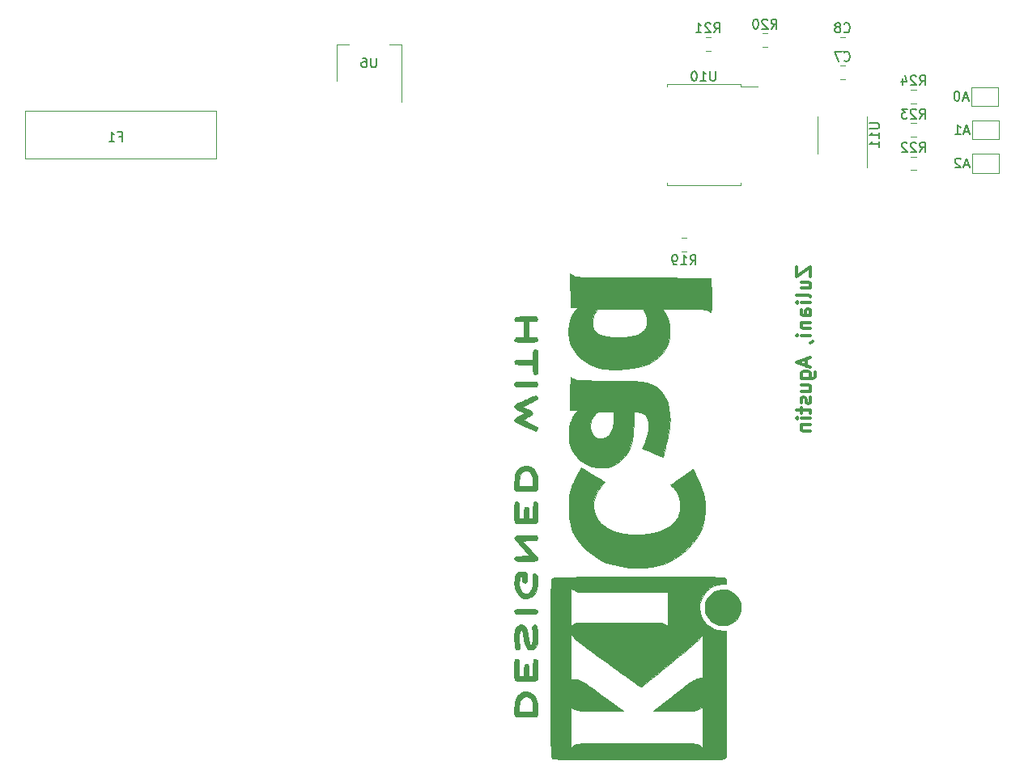
<source format=gbr>
G04 #@! TF.GenerationSoftware,KiCad,Pcbnew,(6.0.4)*
G04 #@! TF.CreationDate,2022-05-04T19:00:33-03:00*
G04 #@! TF.ProjectId,P_Inyectores_Rpi_pico,505f496e-7965-4637-946f-7265735f5270,rev?*
G04 #@! TF.SameCoordinates,Original*
G04 #@! TF.FileFunction,Legend,Bot*
G04 #@! TF.FilePolarity,Positive*
%FSLAX46Y46*%
G04 Gerber Fmt 4.6, Leading zero omitted, Abs format (unit mm)*
G04 Created by KiCad (PCBNEW (6.0.4)) date 2022-05-04 19:00:33*
%MOMM*%
%LPD*%
G01*
G04 APERTURE LIST*
%ADD10C,0.300000*%
%ADD11C,0.150000*%
%ADD12C,0.120000*%
%ADD13C,0.010000*%
G04 APERTURE END LIST*
D10*
X110678571Y-46357142D02*
X110678571Y-47357142D01*
X112178571Y-46357142D01*
X112178571Y-47357142D01*
X111178571Y-48571428D02*
X112178571Y-48571428D01*
X111178571Y-47928571D02*
X111964285Y-47928571D01*
X112107142Y-48000000D01*
X112178571Y-48142857D01*
X112178571Y-48357142D01*
X112107142Y-48500000D01*
X112035714Y-48571428D01*
X112178571Y-49500000D02*
X112107142Y-49357142D01*
X111964285Y-49285714D01*
X110678571Y-49285714D01*
X112178571Y-50071428D02*
X111178571Y-50071428D01*
X110678571Y-50071428D02*
X110750000Y-50000000D01*
X110821428Y-50071428D01*
X110750000Y-50142857D01*
X110678571Y-50071428D01*
X110821428Y-50071428D01*
X112178571Y-51428571D02*
X111392857Y-51428571D01*
X111250000Y-51357142D01*
X111178571Y-51214285D01*
X111178571Y-50928571D01*
X111250000Y-50785714D01*
X112107142Y-51428571D02*
X112178571Y-51285714D01*
X112178571Y-50928571D01*
X112107142Y-50785714D01*
X111964285Y-50714285D01*
X111821428Y-50714285D01*
X111678571Y-50785714D01*
X111607142Y-50928571D01*
X111607142Y-51285714D01*
X111535714Y-51428571D01*
X111178571Y-52142857D02*
X112178571Y-52142857D01*
X111321428Y-52142857D02*
X111250000Y-52214285D01*
X111178571Y-52357142D01*
X111178571Y-52571428D01*
X111250000Y-52714285D01*
X111392857Y-52785714D01*
X112178571Y-52785714D01*
X112178571Y-53500000D02*
X111178571Y-53500000D01*
X110678571Y-53500000D02*
X110750000Y-53428571D01*
X110821428Y-53500000D01*
X110750000Y-53571428D01*
X110678571Y-53500000D01*
X110821428Y-53500000D01*
X112107142Y-54285714D02*
X112178571Y-54285714D01*
X112321428Y-54214285D01*
X112392857Y-54142857D01*
X111750000Y-56000000D02*
X111750000Y-56714285D01*
X112178571Y-55857142D02*
X110678571Y-56357142D01*
X112178571Y-56857142D01*
X111178571Y-58000000D02*
X112392857Y-58000000D01*
X112535714Y-57928571D01*
X112607142Y-57857142D01*
X112678571Y-57714285D01*
X112678571Y-57500000D01*
X112607142Y-57357142D01*
X112107142Y-58000000D02*
X112178571Y-57857142D01*
X112178571Y-57571428D01*
X112107142Y-57428571D01*
X112035714Y-57357142D01*
X111892857Y-57285714D01*
X111464285Y-57285714D01*
X111321428Y-57357142D01*
X111250000Y-57428571D01*
X111178571Y-57571428D01*
X111178571Y-57857142D01*
X111250000Y-58000000D01*
X111178571Y-59357142D02*
X112178571Y-59357142D01*
X111178571Y-58714285D02*
X111964285Y-58714285D01*
X112107142Y-58785714D01*
X112178571Y-58928571D01*
X112178571Y-59142857D01*
X112107142Y-59285714D01*
X112035714Y-59357142D01*
X112107142Y-60000000D02*
X112178571Y-60142857D01*
X112178571Y-60428571D01*
X112107142Y-60571428D01*
X111964285Y-60642857D01*
X111892857Y-60642857D01*
X111750000Y-60571428D01*
X111678571Y-60428571D01*
X111678571Y-60214285D01*
X111607142Y-60071428D01*
X111464285Y-60000000D01*
X111392857Y-60000000D01*
X111250000Y-60071428D01*
X111178571Y-60214285D01*
X111178571Y-60428571D01*
X111250000Y-60571428D01*
X111178571Y-61071428D02*
X111178571Y-61642857D01*
X110678571Y-61285714D02*
X111964285Y-61285714D01*
X112107142Y-61357142D01*
X112178571Y-61500000D01*
X112178571Y-61642857D01*
X112178571Y-62142857D02*
X111178571Y-62142857D01*
X110678571Y-62142857D02*
X110750000Y-62071428D01*
X110821428Y-62142857D01*
X110750000Y-62214285D01*
X110678571Y-62142857D01*
X110821428Y-62142857D01*
X111178571Y-62857142D02*
X112178571Y-62857142D01*
X111321428Y-62857142D02*
X111250000Y-62928571D01*
X111178571Y-63071428D01*
X111178571Y-63285714D01*
X111250000Y-63428571D01*
X111392857Y-63500000D01*
X112178571Y-63500000D01*
D11*
X123580857Y-27302380D02*
X123914190Y-26826190D01*
X124152285Y-27302380D02*
X124152285Y-26302380D01*
X123771333Y-26302380D01*
X123676095Y-26350000D01*
X123628476Y-26397619D01*
X123580857Y-26492857D01*
X123580857Y-26635714D01*
X123628476Y-26730952D01*
X123676095Y-26778571D01*
X123771333Y-26826190D01*
X124152285Y-26826190D01*
X123199904Y-26397619D02*
X123152285Y-26350000D01*
X123057047Y-26302380D01*
X122818952Y-26302380D01*
X122723714Y-26350000D01*
X122676095Y-26397619D01*
X122628476Y-26492857D01*
X122628476Y-26588095D01*
X122676095Y-26730952D01*
X123247523Y-27302380D01*
X122628476Y-27302380D01*
X121771333Y-26635714D02*
X121771333Y-27302380D01*
X122009428Y-26254761D02*
X122247523Y-26969047D01*
X121628476Y-26969047D01*
X128714285Y-32166666D02*
X128238095Y-32166666D01*
X128809523Y-32452380D02*
X128476190Y-31452380D01*
X128142857Y-32452380D01*
X127285714Y-32452380D02*
X127857142Y-32452380D01*
X127571428Y-32452380D02*
X127571428Y-31452380D01*
X127666666Y-31595238D01*
X127761904Y-31690476D01*
X127857142Y-31738095D01*
X115666666Y-21707142D02*
X115714285Y-21754761D01*
X115857142Y-21802380D01*
X115952380Y-21802380D01*
X116095238Y-21754761D01*
X116190476Y-21659523D01*
X116238095Y-21564285D01*
X116285714Y-21373809D01*
X116285714Y-21230952D01*
X116238095Y-21040476D01*
X116190476Y-20945238D01*
X116095238Y-20850000D01*
X115952380Y-20802380D01*
X115857142Y-20802380D01*
X115714285Y-20850000D01*
X115666666Y-20897619D01*
X115095238Y-21230952D02*
X115190476Y-21183333D01*
X115238095Y-21135714D01*
X115285714Y-21040476D01*
X115285714Y-20992857D01*
X115238095Y-20897619D01*
X115190476Y-20850000D01*
X115095238Y-20802380D01*
X114904761Y-20802380D01*
X114809523Y-20850000D01*
X114761904Y-20897619D01*
X114714285Y-20992857D01*
X114714285Y-21040476D01*
X114761904Y-21135714D01*
X114809523Y-21183333D01*
X114904761Y-21230952D01*
X115095238Y-21230952D01*
X115190476Y-21278571D01*
X115238095Y-21326190D01*
X115285714Y-21421428D01*
X115285714Y-21611904D01*
X115238095Y-21707142D01*
X115190476Y-21754761D01*
X115095238Y-21802380D01*
X114904761Y-21802380D01*
X114809523Y-21754761D01*
X114761904Y-21707142D01*
X114714285Y-21611904D01*
X114714285Y-21421428D01*
X114761904Y-21326190D01*
X114809523Y-21278571D01*
X114904761Y-21230952D01*
X128714285Y-35666666D02*
X128238095Y-35666666D01*
X128809523Y-35952380D02*
X128476190Y-34952380D01*
X128142857Y-35952380D01*
X127857142Y-35047619D02*
X127809523Y-35000000D01*
X127714285Y-34952380D01*
X127476190Y-34952380D01*
X127380952Y-35000000D01*
X127333333Y-35047619D01*
X127285714Y-35142857D01*
X127285714Y-35238095D01*
X127333333Y-35380952D01*
X127904761Y-35952380D01*
X127285714Y-35952380D01*
X102238095Y-25852380D02*
X102238095Y-26661904D01*
X102190476Y-26757142D01*
X102142857Y-26804761D01*
X102047619Y-26852380D01*
X101857142Y-26852380D01*
X101761904Y-26804761D01*
X101714285Y-26757142D01*
X101666666Y-26661904D01*
X101666666Y-25852380D01*
X100666666Y-26852380D02*
X101238095Y-26852380D01*
X100952380Y-26852380D02*
X100952380Y-25852380D01*
X101047619Y-25995238D01*
X101142857Y-26090476D01*
X101238095Y-26138095D01*
X100047619Y-25852380D02*
X99952380Y-25852380D01*
X99857142Y-25900000D01*
X99809523Y-25947619D01*
X99761904Y-26042857D01*
X99714285Y-26233333D01*
X99714285Y-26471428D01*
X99761904Y-26661904D01*
X99809523Y-26757142D01*
X99857142Y-26804761D01*
X99952380Y-26852380D01*
X100047619Y-26852380D01*
X100142857Y-26804761D01*
X100190476Y-26757142D01*
X100238095Y-26661904D01*
X100285714Y-26471428D01*
X100285714Y-26233333D01*
X100238095Y-26042857D01*
X100190476Y-25947619D01*
X100142857Y-25900000D01*
X100047619Y-25852380D01*
X123580857Y-34302380D02*
X123914190Y-33826190D01*
X124152285Y-34302380D02*
X124152285Y-33302380D01*
X123771333Y-33302380D01*
X123676095Y-33350000D01*
X123628476Y-33397619D01*
X123580857Y-33492857D01*
X123580857Y-33635714D01*
X123628476Y-33730952D01*
X123676095Y-33778571D01*
X123771333Y-33826190D01*
X124152285Y-33826190D01*
X123199904Y-33397619D02*
X123152285Y-33350000D01*
X123057047Y-33302380D01*
X122818952Y-33302380D01*
X122723714Y-33350000D01*
X122676095Y-33397619D01*
X122628476Y-33492857D01*
X122628476Y-33588095D01*
X122676095Y-33730952D01*
X123247523Y-34302380D01*
X122628476Y-34302380D01*
X122247523Y-33397619D02*
X122199904Y-33350000D01*
X122104666Y-33302380D01*
X121866571Y-33302380D01*
X121771333Y-33350000D01*
X121723714Y-33397619D01*
X121676095Y-33492857D01*
X121676095Y-33588095D01*
X121723714Y-33730952D01*
X122295142Y-34302380D01*
X121676095Y-34302380D01*
X39833333Y-32678571D02*
X40166666Y-32678571D01*
X40166666Y-33202380D02*
X40166666Y-32202380D01*
X39690476Y-32202380D01*
X38785714Y-33202380D02*
X39357142Y-33202380D01*
X39071428Y-33202380D02*
X39071428Y-32202380D01*
X39166666Y-32345238D01*
X39261904Y-32440476D01*
X39357142Y-32488095D01*
X128614285Y-28666666D02*
X128138095Y-28666666D01*
X128709523Y-28952380D02*
X128376190Y-27952380D01*
X128042857Y-28952380D01*
X127519047Y-27952380D02*
X127423809Y-27952380D01*
X127328571Y-28000000D01*
X127280952Y-28047619D01*
X127233333Y-28142857D01*
X127185714Y-28333333D01*
X127185714Y-28571428D01*
X127233333Y-28761904D01*
X127280952Y-28857142D01*
X127328571Y-28904761D01*
X127423809Y-28952380D01*
X127519047Y-28952380D01*
X127614285Y-28904761D01*
X127661904Y-28857142D01*
X127709523Y-28761904D01*
X127757142Y-28571428D01*
X127757142Y-28333333D01*
X127709523Y-28142857D01*
X127661904Y-28047619D01*
X127614285Y-28000000D01*
X127519047Y-27952380D01*
X66761904Y-24452380D02*
X66761904Y-25261904D01*
X66714285Y-25357142D01*
X66666666Y-25404761D01*
X66571428Y-25452380D01*
X66380952Y-25452380D01*
X66285714Y-25404761D01*
X66238095Y-25357142D01*
X66190476Y-25261904D01*
X66190476Y-24452380D01*
X65285714Y-24452380D02*
X65476190Y-24452380D01*
X65571428Y-24500000D01*
X65619047Y-24547619D01*
X65714285Y-24690476D01*
X65761904Y-24880952D01*
X65761904Y-25261904D01*
X65714285Y-25357142D01*
X65666666Y-25404761D01*
X65571428Y-25452380D01*
X65380952Y-25452380D01*
X65285714Y-25404761D01*
X65238095Y-25357142D01*
X65190476Y-25261904D01*
X65190476Y-25023809D01*
X65238095Y-24928571D01*
X65285714Y-24880952D01*
X65380952Y-24833333D01*
X65571428Y-24833333D01*
X65666666Y-24880952D01*
X65714285Y-24928571D01*
X65761904Y-25023809D01*
X118352380Y-31261904D02*
X119161904Y-31261904D01*
X119257142Y-31309523D01*
X119304761Y-31357142D01*
X119352380Y-31452380D01*
X119352380Y-31642857D01*
X119304761Y-31738095D01*
X119257142Y-31785714D01*
X119161904Y-31833333D01*
X118352380Y-31833333D01*
X119352380Y-32833333D02*
X119352380Y-32261904D01*
X119352380Y-32547619D02*
X118352380Y-32547619D01*
X118495238Y-32452380D01*
X118590476Y-32357142D01*
X118638095Y-32261904D01*
X119352380Y-33785714D02*
X119352380Y-33214285D01*
X119352380Y-33500000D02*
X118352380Y-33500000D01*
X118495238Y-33404761D01*
X118590476Y-33309523D01*
X118638095Y-33214285D01*
X115666666Y-24707142D02*
X115714285Y-24754761D01*
X115857142Y-24802380D01*
X115952380Y-24802380D01*
X116095238Y-24754761D01*
X116190476Y-24659523D01*
X116238095Y-24564285D01*
X116285714Y-24373809D01*
X116285714Y-24230952D01*
X116238095Y-24040476D01*
X116190476Y-23945238D01*
X116095238Y-23850000D01*
X115952380Y-23802380D01*
X115857142Y-23802380D01*
X115714285Y-23850000D01*
X115666666Y-23897619D01*
X115333333Y-23802380D02*
X114666666Y-23802380D01*
X115095238Y-24802380D01*
X99580357Y-46102380D02*
X99913690Y-45626190D01*
X100151785Y-46102380D02*
X100151785Y-45102380D01*
X99770833Y-45102380D01*
X99675595Y-45150000D01*
X99627976Y-45197619D01*
X99580357Y-45292857D01*
X99580357Y-45435714D01*
X99627976Y-45530952D01*
X99675595Y-45578571D01*
X99770833Y-45626190D01*
X100151785Y-45626190D01*
X98627976Y-46102380D02*
X99199404Y-46102380D01*
X98913690Y-46102380D02*
X98913690Y-45102380D01*
X99008928Y-45245238D01*
X99104166Y-45340476D01*
X99199404Y-45388095D01*
X98151785Y-46102380D02*
X97961309Y-46102380D01*
X97866071Y-46054761D01*
X97818452Y-46007142D01*
X97723214Y-45864285D01*
X97675595Y-45673809D01*
X97675595Y-45292857D01*
X97723214Y-45197619D01*
X97770833Y-45150000D01*
X97866071Y-45102380D01*
X98056547Y-45102380D01*
X98151785Y-45150000D01*
X98199404Y-45197619D01*
X98247023Y-45292857D01*
X98247023Y-45530952D01*
X98199404Y-45626190D01*
X98151785Y-45673809D01*
X98056547Y-45721428D01*
X97866071Y-45721428D01*
X97770833Y-45673809D01*
X97723214Y-45626190D01*
X97675595Y-45530952D01*
X102080857Y-21802380D02*
X102414190Y-21326190D01*
X102652285Y-21802380D02*
X102652285Y-20802380D01*
X102271333Y-20802380D01*
X102176095Y-20850000D01*
X102128476Y-20897619D01*
X102080857Y-20992857D01*
X102080857Y-21135714D01*
X102128476Y-21230952D01*
X102176095Y-21278571D01*
X102271333Y-21326190D01*
X102652285Y-21326190D01*
X101699904Y-20897619D02*
X101652285Y-20850000D01*
X101557047Y-20802380D01*
X101318952Y-20802380D01*
X101223714Y-20850000D01*
X101176095Y-20897619D01*
X101128476Y-20992857D01*
X101128476Y-21088095D01*
X101176095Y-21230952D01*
X101747523Y-21802380D01*
X101128476Y-21802380D01*
X100176095Y-21802380D02*
X100747523Y-21802380D01*
X100461809Y-21802380D02*
X100461809Y-20802380D01*
X100557047Y-20945238D01*
X100652285Y-21040476D01*
X100747523Y-21088095D01*
X123580857Y-30802380D02*
X123914190Y-30326190D01*
X124152285Y-30802380D02*
X124152285Y-29802380D01*
X123771333Y-29802380D01*
X123676095Y-29850000D01*
X123628476Y-29897619D01*
X123580857Y-29992857D01*
X123580857Y-30135714D01*
X123628476Y-30230952D01*
X123676095Y-30278571D01*
X123771333Y-30326190D01*
X124152285Y-30326190D01*
X123199904Y-29897619D02*
X123152285Y-29850000D01*
X123057047Y-29802380D01*
X122818952Y-29802380D01*
X122723714Y-29850000D01*
X122676095Y-29897619D01*
X122628476Y-29992857D01*
X122628476Y-30088095D01*
X122676095Y-30230952D01*
X123247523Y-30802380D01*
X122628476Y-30802380D01*
X122295142Y-29802380D02*
X121676095Y-29802380D01*
X122009428Y-30183333D01*
X121866571Y-30183333D01*
X121771333Y-30230952D01*
X121723714Y-30278571D01*
X121676095Y-30373809D01*
X121676095Y-30611904D01*
X121723714Y-30707142D01*
X121771333Y-30754761D01*
X121866571Y-30802380D01*
X122152285Y-30802380D01*
X122247523Y-30754761D01*
X122295142Y-30707142D01*
X108042857Y-21402380D02*
X108376190Y-20926190D01*
X108614285Y-21402380D02*
X108614285Y-20402380D01*
X108233333Y-20402380D01*
X108138095Y-20450000D01*
X108090476Y-20497619D01*
X108042857Y-20592857D01*
X108042857Y-20735714D01*
X108090476Y-20830952D01*
X108138095Y-20878571D01*
X108233333Y-20926190D01*
X108614285Y-20926190D01*
X107661904Y-20497619D02*
X107614285Y-20450000D01*
X107519047Y-20402380D01*
X107280952Y-20402380D01*
X107185714Y-20450000D01*
X107138095Y-20497619D01*
X107090476Y-20592857D01*
X107090476Y-20688095D01*
X107138095Y-20830952D01*
X107709523Y-21402380D01*
X107090476Y-21402380D01*
X106471428Y-20402380D02*
X106376190Y-20402380D01*
X106280952Y-20450000D01*
X106233333Y-20497619D01*
X106185714Y-20592857D01*
X106138095Y-20783333D01*
X106138095Y-21021428D01*
X106185714Y-21211904D01*
X106233333Y-21307142D01*
X106280952Y-21354761D01*
X106376190Y-21402380D01*
X106471428Y-21402380D01*
X106566666Y-21354761D01*
X106614285Y-21307142D01*
X106661904Y-21211904D01*
X106709523Y-21021428D01*
X106709523Y-20783333D01*
X106661904Y-20592857D01*
X106614285Y-20497619D01*
X106566666Y-20450000D01*
X106471428Y-20402380D01*
D12*
X123196578Y-27790000D02*
X122679422Y-27790000D01*
X123196578Y-29210000D02*
X122679422Y-29210000D01*
X129100000Y-31000000D02*
X129100000Y-33000000D01*
X129100000Y-33000000D02*
X131900000Y-33000000D01*
X131900000Y-33000000D02*
X131900000Y-31000000D01*
X131900000Y-31000000D02*
X129100000Y-31000000D01*
X115758578Y-23710000D02*
X115241422Y-23710000D01*
X115758578Y-22290000D02*
X115241422Y-22290000D01*
X131900000Y-36500000D02*
X131900000Y-34500000D01*
X129100000Y-36500000D02*
X131900000Y-36500000D01*
X129100000Y-34500000D02*
X129100000Y-36500000D01*
X131900000Y-34500000D02*
X129100000Y-34500000D01*
X101000000Y-27240000D02*
X104860000Y-27240000D01*
X104860000Y-27495000D02*
X106675000Y-27495000D01*
X101000000Y-27240000D02*
X97140000Y-27240000D01*
X104860000Y-27240000D02*
X104860000Y-27495000D01*
X101000000Y-37760000D02*
X97140000Y-37760000D01*
X97140000Y-37760000D02*
X97140000Y-37505000D01*
X97140000Y-27240000D02*
X97140000Y-27495000D01*
X101000000Y-37760000D02*
X104860000Y-37760000D01*
X104860000Y-37760000D02*
X104860000Y-37505000D01*
X123196578Y-34790000D02*
X122679422Y-34790000D01*
X123196578Y-36210000D02*
X122679422Y-36210000D01*
X50000000Y-30000000D02*
X30000000Y-30000000D01*
X50000000Y-35000000D02*
X50000000Y-30000000D01*
X30000000Y-30000000D02*
X30000000Y-35000000D01*
X30000000Y-35000000D02*
X50000000Y-35000000D01*
X129000000Y-27500000D02*
X129000000Y-29500000D01*
X131800000Y-29500000D02*
X131800000Y-27500000D01*
X131800000Y-27500000D02*
X129000000Y-27500000D01*
X129000000Y-29500000D02*
X131800000Y-29500000D01*
X69410000Y-23090000D02*
X68150000Y-23090000D01*
X62590000Y-23090000D02*
X63850000Y-23090000D01*
X62590000Y-26850000D02*
X62590000Y-23090000D01*
X69410000Y-29100000D02*
X69410000Y-23090000D01*
X112940000Y-32500000D02*
X112940000Y-34450000D01*
X118060000Y-32500000D02*
X118060000Y-30550000D01*
X112940000Y-32500000D02*
X112940000Y-30550000D01*
X118060000Y-32500000D02*
X118060000Y-35950000D01*
X115758578Y-25290000D02*
X115241422Y-25290000D01*
X115758578Y-26710000D02*
X115241422Y-26710000D01*
X98678922Y-44710000D02*
X99196078Y-44710000D01*
X98678922Y-43290000D02*
X99196078Y-43290000D01*
X101696578Y-22290000D02*
X101179422Y-22290000D01*
X101696578Y-23710000D02*
X101179422Y-23710000D01*
X123196578Y-31290000D02*
X122679422Y-31290000D01*
X123196578Y-32710000D02*
X122679422Y-32710000D01*
G36*
X81504798Y-87382033D02*
G01*
X81594444Y-87438963D01*
X81609804Y-87455559D01*
X81630761Y-87488144D01*
X81646178Y-87535196D01*
X81656899Y-87606846D01*
X81663767Y-87713228D01*
X81667628Y-87864472D01*
X81669325Y-88070710D01*
X81669703Y-88342074D01*
X81669703Y-89169926D01*
X82196518Y-89169926D01*
X82196518Y-88632670D01*
X82197003Y-88513276D01*
X82202745Y-88294529D01*
X82217529Y-88137059D01*
X82244543Y-88031276D01*
X82286979Y-87967590D01*
X82348026Y-87936411D01*
X82430874Y-87928149D01*
X82498395Y-87930807D01*
X82571146Y-87948313D01*
X82622319Y-87990959D01*
X82655636Y-88068758D01*
X82674823Y-88191722D01*
X82683604Y-88369862D01*
X82685703Y-88613192D01*
X82685703Y-89173682D01*
X82902074Y-89162397D01*
X83118444Y-89151112D01*
X83128606Y-88325389D01*
X83131536Y-88116754D01*
X83136349Y-87888551D01*
X83142785Y-87718869D01*
X83151621Y-87598025D01*
X83163632Y-87516335D01*
X83179596Y-87464117D01*
X83200290Y-87431686D01*
X83221633Y-87411635D01*
X83327238Y-87368272D01*
X83446192Y-87380142D01*
X83549719Y-87446059D01*
X83559463Y-87456898D01*
X83580634Y-87486831D01*
X83596809Y-87527176D01*
X83608656Y-87587197D01*
X83616847Y-87676157D01*
X83622051Y-87803321D01*
X83624938Y-87977952D01*
X83626179Y-88209314D01*
X83626444Y-88506671D01*
X83626390Y-88689114D01*
X83625749Y-88946103D01*
X83623801Y-89142590D01*
X83619829Y-89287879D01*
X83613121Y-89391276D01*
X83602961Y-89462083D01*
X83588635Y-89509607D01*
X83569428Y-89543151D01*
X83544625Y-89572020D01*
X83539022Y-89577969D01*
X83513893Y-89602115D01*
X83483834Y-89620921D01*
X83440053Y-89635056D01*
X83373760Y-89645186D01*
X83276164Y-89651978D01*
X83138473Y-89656100D01*
X82951897Y-89658218D01*
X82707643Y-89658999D01*
X82396922Y-89659112D01*
X82154290Y-89658990D01*
X81893704Y-89658161D01*
X81692989Y-89656040D01*
X81543393Y-89652050D01*
X81436160Y-89645613D01*
X81362537Y-89636152D01*
X81313768Y-89623090D01*
X81281100Y-89605849D01*
X81255777Y-89583852D01*
X81245187Y-89572738D01*
X81224818Y-89544332D01*
X81209236Y-89504325D01*
X81197802Y-89443624D01*
X81189878Y-89353134D01*
X81184826Y-89223762D01*
X81182007Y-89046412D01*
X81180784Y-88811992D01*
X81180518Y-88511408D01*
X81180558Y-88371045D01*
X81181164Y-88100556D01*
X81183008Y-87892248D01*
X81186726Y-87737029D01*
X81192957Y-87625804D01*
X81202340Y-87549479D01*
X81215512Y-87498959D01*
X81233112Y-87465152D01*
X81255777Y-87438963D01*
X81327775Y-87389876D01*
X81425111Y-87363704D01*
X81504798Y-87382033D01*
G37*
D13*
X81504798Y-87382033D02*
X81594444Y-87438963D01*
X81609804Y-87455559D01*
X81630761Y-87488144D01*
X81646178Y-87535196D01*
X81656899Y-87606846D01*
X81663767Y-87713228D01*
X81667628Y-87864472D01*
X81669325Y-88070710D01*
X81669703Y-88342074D01*
X81669703Y-89169926D01*
X82196518Y-89169926D01*
X82196518Y-88632670D01*
X82197003Y-88513276D01*
X82202745Y-88294529D01*
X82217529Y-88137059D01*
X82244543Y-88031276D01*
X82286979Y-87967590D01*
X82348026Y-87936411D01*
X82430874Y-87928149D01*
X82498395Y-87930807D01*
X82571146Y-87948313D01*
X82622319Y-87990959D01*
X82655636Y-88068758D01*
X82674823Y-88191722D01*
X82683604Y-88369862D01*
X82685703Y-88613192D01*
X82685703Y-89173682D01*
X82902074Y-89162397D01*
X83118444Y-89151112D01*
X83128606Y-88325389D01*
X83131536Y-88116754D01*
X83136349Y-87888551D01*
X83142785Y-87718869D01*
X83151621Y-87598025D01*
X83163632Y-87516335D01*
X83179596Y-87464117D01*
X83200290Y-87431686D01*
X83221633Y-87411635D01*
X83327238Y-87368272D01*
X83446192Y-87380142D01*
X83549719Y-87446059D01*
X83559463Y-87456898D01*
X83580634Y-87486831D01*
X83596809Y-87527176D01*
X83608656Y-87587197D01*
X83616847Y-87676157D01*
X83622051Y-87803321D01*
X83624938Y-87977952D01*
X83626179Y-88209314D01*
X83626444Y-88506671D01*
X83626390Y-88689114D01*
X83625749Y-88946103D01*
X83623801Y-89142590D01*
X83619829Y-89287879D01*
X83613121Y-89391276D01*
X83602961Y-89462083D01*
X83588635Y-89509607D01*
X83569428Y-89543151D01*
X83544625Y-89572020D01*
X83539022Y-89577969D01*
X83513893Y-89602115D01*
X83483834Y-89620921D01*
X83440053Y-89635056D01*
X83373760Y-89645186D01*
X83276164Y-89651978D01*
X83138473Y-89656100D01*
X82951897Y-89658218D01*
X82707643Y-89658999D01*
X82396922Y-89659112D01*
X82154290Y-89658990D01*
X81893704Y-89658161D01*
X81692989Y-89656040D01*
X81543393Y-89652050D01*
X81436160Y-89645613D01*
X81362537Y-89636152D01*
X81313768Y-89623090D01*
X81281100Y-89605849D01*
X81255777Y-89583852D01*
X81245187Y-89572738D01*
X81224818Y-89544332D01*
X81209236Y-89504325D01*
X81197802Y-89443624D01*
X81189878Y-89353134D01*
X81184826Y-89223762D01*
X81182007Y-89046412D01*
X81180784Y-88811992D01*
X81180518Y-88511408D01*
X81180558Y-88371045D01*
X81181164Y-88100556D01*
X81183008Y-87892248D01*
X81186726Y-87737029D01*
X81192957Y-87625804D01*
X81202340Y-87549479D01*
X81215512Y-87498959D01*
X81233112Y-87465152D01*
X81255777Y-87438963D01*
X81327775Y-87389876D01*
X81425111Y-87363704D01*
X81504798Y-87382033D01*
G36*
X90189227Y-67351588D02*
G01*
X89822203Y-67331145D01*
X89480706Y-67286962D01*
X89196237Y-67220292D01*
X88903560Y-67113912D01*
X88421231Y-66867323D01*
X87996873Y-66552132D01*
X87633377Y-66171601D01*
X87333635Y-65728995D01*
X87100540Y-65227576D01*
X86936982Y-64670610D01*
X86900092Y-64443493D01*
X86874455Y-64118947D01*
X86868689Y-63765494D01*
X86882330Y-63412671D01*
X86914914Y-63090015D01*
X86957249Y-62872002D01*
X89142346Y-62872002D01*
X89146151Y-63184811D01*
X89197844Y-63481859D01*
X89304632Y-63729800D01*
X89471328Y-63944315D01*
X89532987Y-64004659D01*
X89743263Y-64161775D01*
X89969912Y-64246783D01*
X90242633Y-64272312D01*
X90386713Y-64265396D01*
X90683317Y-64196998D01*
X90937897Y-64053309D01*
X91153316Y-63831711D01*
X91332441Y-63529590D01*
X91478137Y-63144329D01*
X91516372Y-62989015D01*
X91542551Y-62800988D01*
X91557090Y-62564357D01*
X91561978Y-62258065D01*
X91561975Y-62208310D01*
X91559178Y-61979166D01*
X91552417Y-61782332D01*
X91542579Y-61637382D01*
X91530551Y-61563889D01*
X91526646Y-61555432D01*
X91502124Y-61528089D01*
X91452846Y-61508724D01*
X91365557Y-61495997D01*
X91227002Y-61488566D01*
X91023927Y-61485090D01*
X90743075Y-61484230D01*
X90502180Y-61485500D01*
X90249067Y-61491652D01*
X90066112Y-61503703D01*
X89941405Y-61522532D01*
X89863031Y-61549015D01*
X89807067Y-61583082D01*
X89654508Y-61711375D01*
X89495685Y-61883271D01*
X89354174Y-62071675D01*
X89253552Y-62249490D01*
X89216632Y-62348146D01*
X89167477Y-62575310D01*
X89142346Y-62872002D01*
X86957249Y-62872002D01*
X86965976Y-62827061D01*
X87006179Y-62694929D01*
X87123823Y-62394833D01*
X87273185Y-62089778D01*
X87438067Y-61811237D01*
X87602270Y-61590684D01*
X87604641Y-61587974D01*
X87707115Y-61467115D01*
X87780083Y-61374128D01*
X87807886Y-61328946D01*
X87801248Y-61324006D01*
X87729549Y-61312829D01*
X87595822Y-61305062D01*
X87420968Y-61302151D01*
X87034050Y-61302151D01*
X87034050Y-59595162D01*
X87034058Y-59549721D01*
X87034725Y-59168612D01*
X87036384Y-58818833D01*
X87038912Y-58510333D01*
X87042186Y-58253065D01*
X87046081Y-58056982D01*
X87050475Y-57932033D01*
X87055243Y-57888173D01*
X87059410Y-57889194D01*
X87120920Y-57917890D01*
X87236482Y-57978041D01*
X87385261Y-58058871D01*
X87694086Y-58229570D01*
X90903226Y-58255914D01*
X91370637Y-58259830D01*
X91966755Y-58265308D01*
X92484271Y-58271057D01*
X92930504Y-58277544D01*
X93312773Y-58285232D01*
X93638397Y-58294586D01*
X93914695Y-58306070D01*
X94148985Y-58320149D01*
X94348588Y-58337287D01*
X94520820Y-58357950D01*
X94673002Y-58382601D01*
X94812452Y-58411705D01*
X94946488Y-58445727D01*
X95082431Y-58485131D01*
X95227599Y-58530381D01*
X95682693Y-58708648D01*
X96103296Y-58952777D01*
X96463397Y-59256806D01*
X96764880Y-59623519D01*
X97009629Y-60055700D01*
X97199529Y-60556131D01*
X97336463Y-61127597D01*
X97422315Y-61772880D01*
X97439387Y-61998415D01*
X97451870Y-62378252D01*
X97440629Y-62754730D01*
X97403769Y-63145475D01*
X97339396Y-63568113D01*
X97245615Y-64040270D01*
X97120529Y-64579570D01*
X97090263Y-64704228D01*
X97015786Y-65017278D01*
X96947211Y-65313987D01*
X96888588Y-65576362D01*
X96843969Y-65786409D01*
X96817402Y-65926134D01*
X96764453Y-66248505D01*
X95666008Y-65795293D01*
X95391751Y-65681930D01*
X95123017Y-65570405D01*
X94893575Y-65474717D01*
X94714650Y-65399563D01*
X94597471Y-65349641D01*
X94553262Y-65329649D01*
X94552629Y-65326504D01*
X94572366Y-65268569D01*
X94622948Y-65154648D01*
X94695370Y-65005293D01*
X94836408Y-64694863D01*
X94990618Y-64267691D01*
X95108714Y-63830482D01*
X95187728Y-63400334D01*
X95224696Y-62994343D01*
X95216651Y-62629608D01*
X95160627Y-62323227D01*
X95071734Y-62109394D01*
X94889564Y-61866545D01*
X94642428Y-61679598D01*
X94337929Y-61553905D01*
X93983670Y-61494817D01*
X93657169Y-61474010D01*
X93654195Y-62560213D01*
X93651123Y-62926521D01*
X93640214Y-63331684D01*
X93619626Y-63677804D01*
X93587358Y-63982785D01*
X93541408Y-64264530D01*
X93479774Y-64540943D01*
X93400455Y-64829929D01*
X93249476Y-65262321D01*
X93000847Y-65770905D01*
X92696298Y-66217253D01*
X92340114Y-66596961D01*
X91936577Y-66905627D01*
X91489971Y-67138850D01*
X91004580Y-67292226D01*
X90873852Y-67316246D01*
X90550277Y-67347040D01*
X90242633Y-67350916D01*
X90189227Y-67351588D01*
G37*
X90189227Y-67351588D02*
X89822203Y-67331145D01*
X89480706Y-67286962D01*
X89196237Y-67220292D01*
X88903560Y-67113912D01*
X88421231Y-66867323D01*
X87996873Y-66552132D01*
X87633377Y-66171601D01*
X87333635Y-65728995D01*
X87100540Y-65227576D01*
X86936982Y-64670610D01*
X86900092Y-64443493D01*
X86874455Y-64118947D01*
X86868689Y-63765494D01*
X86882330Y-63412671D01*
X86914914Y-63090015D01*
X86957249Y-62872002D01*
X89142346Y-62872002D01*
X89146151Y-63184811D01*
X89197844Y-63481859D01*
X89304632Y-63729800D01*
X89471328Y-63944315D01*
X89532987Y-64004659D01*
X89743263Y-64161775D01*
X89969912Y-64246783D01*
X90242633Y-64272312D01*
X90386713Y-64265396D01*
X90683317Y-64196998D01*
X90937897Y-64053309D01*
X91153316Y-63831711D01*
X91332441Y-63529590D01*
X91478137Y-63144329D01*
X91516372Y-62989015D01*
X91542551Y-62800988D01*
X91557090Y-62564357D01*
X91561978Y-62258065D01*
X91561975Y-62208310D01*
X91559178Y-61979166D01*
X91552417Y-61782332D01*
X91542579Y-61637382D01*
X91530551Y-61563889D01*
X91526646Y-61555432D01*
X91502124Y-61528089D01*
X91452846Y-61508724D01*
X91365557Y-61495997D01*
X91227002Y-61488566D01*
X91023927Y-61485090D01*
X90743075Y-61484230D01*
X90502180Y-61485500D01*
X90249067Y-61491652D01*
X90066112Y-61503703D01*
X89941405Y-61522532D01*
X89863031Y-61549015D01*
X89807067Y-61583082D01*
X89654508Y-61711375D01*
X89495685Y-61883271D01*
X89354174Y-62071675D01*
X89253552Y-62249490D01*
X89216632Y-62348146D01*
X89167477Y-62575310D01*
X89142346Y-62872002D01*
X86957249Y-62872002D01*
X86965976Y-62827061D01*
X87006179Y-62694929D01*
X87123823Y-62394833D01*
X87273185Y-62089778D01*
X87438067Y-61811237D01*
X87602270Y-61590684D01*
X87604641Y-61587974D01*
X87707115Y-61467115D01*
X87780083Y-61374128D01*
X87807886Y-61328946D01*
X87801248Y-61324006D01*
X87729549Y-61312829D01*
X87595822Y-61305062D01*
X87420968Y-61302151D01*
X87034050Y-61302151D01*
X87034050Y-59595162D01*
X87034058Y-59549721D01*
X87034725Y-59168612D01*
X87036384Y-58818833D01*
X87038912Y-58510333D01*
X87042186Y-58253065D01*
X87046081Y-58056982D01*
X87050475Y-57932033D01*
X87055243Y-57888173D01*
X87059410Y-57889194D01*
X87120920Y-57917890D01*
X87236482Y-57978041D01*
X87385261Y-58058871D01*
X87694086Y-58229570D01*
X90903226Y-58255914D01*
X91370637Y-58259830D01*
X91966755Y-58265308D01*
X92484271Y-58271057D01*
X92930504Y-58277544D01*
X93312773Y-58285232D01*
X93638397Y-58294586D01*
X93914695Y-58306070D01*
X94148985Y-58320149D01*
X94348588Y-58337287D01*
X94520820Y-58357950D01*
X94673002Y-58382601D01*
X94812452Y-58411705D01*
X94946488Y-58445727D01*
X95082431Y-58485131D01*
X95227599Y-58530381D01*
X95682693Y-58708648D01*
X96103296Y-58952777D01*
X96463397Y-59256806D01*
X96764880Y-59623519D01*
X97009629Y-60055700D01*
X97199529Y-60556131D01*
X97336463Y-61127597D01*
X97422315Y-61772880D01*
X97439387Y-61998415D01*
X97451870Y-62378252D01*
X97440629Y-62754730D01*
X97403769Y-63145475D01*
X97339396Y-63568113D01*
X97245615Y-64040270D01*
X97120529Y-64579570D01*
X97090263Y-64704228D01*
X97015786Y-65017278D01*
X96947211Y-65313987D01*
X96888588Y-65576362D01*
X96843969Y-65786409D01*
X96817402Y-65926134D01*
X96764453Y-66248505D01*
X95666008Y-65795293D01*
X95391751Y-65681930D01*
X95123017Y-65570405D01*
X94893575Y-65474717D01*
X94714650Y-65399563D01*
X94597471Y-65349641D01*
X94553262Y-65329649D01*
X94552629Y-65326504D01*
X94572366Y-65268569D01*
X94622948Y-65154648D01*
X94695370Y-65005293D01*
X94836408Y-64694863D01*
X94990618Y-64267691D01*
X95108714Y-63830482D01*
X95187728Y-63400334D01*
X95224696Y-62994343D01*
X95216651Y-62629608D01*
X95160627Y-62323227D01*
X95071734Y-62109394D01*
X94889564Y-61866545D01*
X94642428Y-61679598D01*
X94337929Y-61553905D01*
X93983670Y-61494817D01*
X93657169Y-61474010D01*
X93654195Y-62560213D01*
X93651123Y-62926521D01*
X93640214Y-63331684D01*
X93619626Y-63677804D01*
X93587358Y-63982785D01*
X93541408Y-64264530D01*
X93479774Y-64540943D01*
X93400455Y-64829929D01*
X93249476Y-65262321D01*
X93000847Y-65770905D01*
X92696298Y-66217253D01*
X92340114Y-66596961D01*
X91936577Y-66905627D01*
X91489971Y-67138850D01*
X91004580Y-67292226D01*
X90873852Y-67316246D01*
X90550277Y-67347040D01*
X90242633Y-67350916D01*
X90189227Y-67351588D01*
G36*
X83534080Y-51632660D02*
G01*
X83608223Y-51737255D01*
X83617188Y-51848018D01*
X83551185Y-51954223D01*
X83518617Y-51981842D01*
X83465643Y-52006548D01*
X83385751Y-52021007D01*
X83262841Y-52027792D01*
X83080814Y-52029482D01*
X82685703Y-52029482D01*
X82685703Y-53685186D01*
X83063710Y-53685186D01*
X83070748Y-53685187D01*
X83243072Y-53686645D01*
X83358154Y-53693191D01*
X83433408Y-53708245D01*
X83486246Y-53735224D01*
X83534080Y-53777549D01*
X83608223Y-53882144D01*
X83617188Y-53992907D01*
X83551185Y-54099112D01*
X83530551Y-54117886D01*
X83503198Y-54134854D01*
X83463943Y-54148475D01*
X83405745Y-54159069D01*
X83321566Y-54166957D01*
X83204366Y-54172459D01*
X83047105Y-54175897D01*
X82842744Y-54177591D01*
X82584243Y-54177862D01*
X82264564Y-54177030D01*
X81876666Y-54175418D01*
X81829417Y-54175189D01*
X81623543Y-54173236D01*
X81477932Y-54168827D01*
X81379998Y-54160342D01*
X81317151Y-54146158D01*
X81276805Y-54124653D01*
X81246370Y-54094205D01*
X81188313Y-53982680D01*
X81197985Y-53866186D01*
X81279667Y-53763176D01*
X81323677Y-53733146D01*
X81385462Y-53708307D01*
X81472224Y-53693748D01*
X81600711Y-53686898D01*
X81787667Y-53685186D01*
X82196518Y-53685186D01*
X82196518Y-52029482D01*
X81747096Y-52029482D01*
X81627794Y-52029239D01*
X81473360Y-52026696D01*
X81371579Y-52019441D01*
X81308145Y-52005119D01*
X81268752Y-51981373D01*
X81239096Y-51945850D01*
X81188864Y-51838345D01*
X81197755Y-51720724D01*
X81279667Y-51618287D01*
X81300516Y-51602768D01*
X81335597Y-51582983D01*
X81382029Y-51567880D01*
X81448943Y-51556827D01*
X81545467Y-51549197D01*
X81680732Y-51544358D01*
X81863867Y-51541682D01*
X82104002Y-51540538D01*
X82410266Y-51540297D01*
X83441717Y-51540297D01*
X83534080Y-51632660D01*
G37*
X83534080Y-51632660D02*
X83608223Y-51737255D01*
X83617188Y-51848018D01*
X83551185Y-51954223D01*
X83518617Y-51981842D01*
X83465643Y-52006548D01*
X83385751Y-52021007D01*
X83262841Y-52027792D01*
X83080814Y-52029482D01*
X82685703Y-52029482D01*
X82685703Y-53685186D01*
X83063710Y-53685186D01*
X83070748Y-53685187D01*
X83243072Y-53686645D01*
X83358154Y-53693191D01*
X83433408Y-53708245D01*
X83486246Y-53735224D01*
X83534080Y-53777549D01*
X83608223Y-53882144D01*
X83617188Y-53992907D01*
X83551185Y-54099112D01*
X83530551Y-54117886D01*
X83503198Y-54134854D01*
X83463943Y-54148475D01*
X83405745Y-54159069D01*
X83321566Y-54166957D01*
X83204366Y-54172459D01*
X83047105Y-54175897D01*
X82842744Y-54177591D01*
X82584243Y-54177862D01*
X82264564Y-54177030D01*
X81876666Y-54175418D01*
X81829417Y-54175189D01*
X81623543Y-54173236D01*
X81477932Y-54168827D01*
X81379998Y-54160342D01*
X81317151Y-54146158D01*
X81276805Y-54124653D01*
X81246370Y-54094205D01*
X81188313Y-53982680D01*
X81197985Y-53866186D01*
X81279667Y-53763176D01*
X81323677Y-53733146D01*
X81385462Y-53708307D01*
X81472224Y-53693748D01*
X81600711Y-53686898D01*
X81787667Y-53685186D01*
X82196518Y-53685186D01*
X82196518Y-52029482D01*
X81747096Y-52029482D01*
X81627794Y-52029239D01*
X81473360Y-52026696D01*
X81371579Y-52019441D01*
X81308145Y-52005119D01*
X81268752Y-51981373D01*
X81239096Y-51945850D01*
X81188864Y-51838345D01*
X81197755Y-51720724D01*
X81279667Y-51618287D01*
X81300516Y-51602768D01*
X81335597Y-51582983D01*
X81382029Y-51567880D01*
X81448943Y-51556827D01*
X81545467Y-51549197D01*
X81680732Y-51544358D01*
X81863867Y-51541682D01*
X82104002Y-51540538D01*
X82410266Y-51540297D01*
X83441717Y-51540297D01*
X83534080Y-51632660D01*
G36*
X83393435Y-70919576D02*
G01*
X83460205Y-70923422D01*
X83512846Y-70939414D01*
X83553035Y-70975440D01*
X83582445Y-71039389D01*
X83602751Y-71139149D01*
X83615629Y-71282611D01*
X83622754Y-71477662D01*
X83625801Y-71732191D01*
X83626444Y-72054087D01*
X83626444Y-73021353D01*
X83527295Y-73099343D01*
X83505016Y-73115839D01*
X83469778Y-73135321D01*
X83422822Y-73150191D01*
X83355072Y-73161071D01*
X83257449Y-73168581D01*
X83120876Y-73173341D01*
X82936276Y-73175973D01*
X82694572Y-73177097D01*
X82386687Y-73177334D01*
X82166964Y-73177237D01*
X81905907Y-73176464D01*
X81705015Y-73174395D01*
X81555355Y-73170420D01*
X81447994Y-73163929D01*
X81373999Y-73154313D01*
X81324436Y-73140960D01*
X81290371Y-73123262D01*
X81262873Y-73100609D01*
X81247348Y-73085558D01*
X81225726Y-73058126D01*
X81209354Y-73020260D01*
X81197503Y-72962699D01*
X81189443Y-72876184D01*
X81184444Y-72751452D01*
X81181776Y-72579243D01*
X81180711Y-72350297D01*
X81180518Y-72055352D01*
X81180540Y-71989770D01*
X81181427Y-71699686D01*
X81183980Y-71474179D01*
X81188695Y-71304330D01*
X81196067Y-71181224D01*
X81206594Y-71095944D01*
X81220771Y-71039570D01*
X81239096Y-71003188D01*
X81272384Y-70968213D01*
X81376105Y-70924010D01*
X81495734Y-70927951D01*
X81600889Y-70981833D01*
X81608476Y-70989131D01*
X81629369Y-71018090D01*
X81644922Y-71062562D01*
X81655909Y-71132506D01*
X81663107Y-71237877D01*
X81667288Y-71388633D01*
X81669229Y-71594732D01*
X81669703Y-71866129D01*
X81669703Y-72688149D01*
X82196518Y-72688149D01*
X82196518Y-72146688D01*
X82196786Y-72027792D01*
X82199444Y-71841892D01*
X82206126Y-71711433D01*
X82218264Y-71623254D01*
X82237292Y-71564195D01*
X82264644Y-71521095D01*
X82275256Y-71508952D01*
X82378506Y-71447593D01*
X82499627Y-71445480D01*
X82611691Y-71503944D01*
X82611919Y-71504150D01*
X82640674Y-71536385D01*
X82660859Y-71580698D01*
X82673964Y-71649722D01*
X82681479Y-71756093D01*
X82684896Y-71912445D01*
X82685703Y-72131414D01*
X82685703Y-72691904D01*
X82902074Y-72680619D01*
X83118444Y-72669334D01*
X83128621Y-71862409D01*
X83129714Y-71779021D01*
X83134646Y-71506956D01*
X83142593Y-71299225D01*
X83155911Y-71147180D01*
X83176957Y-71042173D01*
X83208086Y-70975555D01*
X83251658Y-70938679D01*
X83310026Y-70922895D01*
X83385550Y-70919556D01*
X83393435Y-70919576D01*
G37*
X83393435Y-70919576D02*
X83460205Y-70923422D01*
X83512846Y-70939414D01*
X83553035Y-70975440D01*
X83582445Y-71039389D01*
X83602751Y-71139149D01*
X83615629Y-71282611D01*
X83622754Y-71477662D01*
X83625801Y-71732191D01*
X83626444Y-72054087D01*
X83626444Y-73021353D01*
X83527295Y-73099343D01*
X83505016Y-73115839D01*
X83469778Y-73135321D01*
X83422822Y-73150191D01*
X83355072Y-73161071D01*
X83257449Y-73168581D01*
X83120876Y-73173341D01*
X82936276Y-73175973D01*
X82694572Y-73177097D01*
X82386687Y-73177334D01*
X82166964Y-73177237D01*
X81905907Y-73176464D01*
X81705015Y-73174395D01*
X81555355Y-73170420D01*
X81447994Y-73163929D01*
X81373999Y-73154313D01*
X81324436Y-73140960D01*
X81290371Y-73123262D01*
X81262873Y-73100609D01*
X81247348Y-73085558D01*
X81225726Y-73058126D01*
X81209354Y-73020260D01*
X81197503Y-72962699D01*
X81189443Y-72876184D01*
X81184444Y-72751452D01*
X81181776Y-72579243D01*
X81180711Y-72350297D01*
X81180518Y-72055352D01*
X81180540Y-71989770D01*
X81181427Y-71699686D01*
X81183980Y-71474179D01*
X81188695Y-71304330D01*
X81196067Y-71181224D01*
X81206594Y-71095944D01*
X81220771Y-71039570D01*
X81239096Y-71003188D01*
X81272384Y-70968213D01*
X81376105Y-70924010D01*
X81495734Y-70927951D01*
X81600889Y-70981833D01*
X81608476Y-70989131D01*
X81629369Y-71018090D01*
X81644922Y-71062562D01*
X81655909Y-71132506D01*
X81663107Y-71237877D01*
X81667288Y-71388633D01*
X81669229Y-71594732D01*
X81669703Y-71866129D01*
X81669703Y-72688149D01*
X82196518Y-72688149D01*
X82196518Y-72146688D01*
X82196786Y-72027792D01*
X82199444Y-71841892D01*
X82206126Y-71711433D01*
X82218264Y-71623254D01*
X82237292Y-71564195D01*
X82264644Y-71521095D01*
X82275256Y-71508952D01*
X82378506Y-71447593D01*
X82499627Y-71445480D01*
X82611691Y-71503944D01*
X82611919Y-71504150D01*
X82640674Y-71536385D01*
X82660859Y-71580698D01*
X82673964Y-71649722D01*
X82681479Y-71756093D01*
X82684896Y-71912445D01*
X82685703Y-72131414D01*
X82685703Y-72691904D01*
X82902074Y-72680619D01*
X83118444Y-72669334D01*
X83128621Y-71862409D01*
X83129714Y-71779021D01*
X83134646Y-71506956D01*
X83142593Y-71299225D01*
X83155911Y-71147180D01*
X83176957Y-71042173D01*
X83208086Y-70975555D01*
X83251658Y-70938679D01*
X83310026Y-70922895D01*
X83385550Y-70919556D01*
X83393435Y-70919576D01*
G36*
X83554510Y-58458910D02*
G01*
X83603744Y-58537953D01*
X83626444Y-58614667D01*
X83606836Y-58684685D01*
X83554510Y-58770424D01*
X83482575Y-58859260D01*
X81324387Y-58859260D01*
X81252453Y-58770424D01*
X81194204Y-58665889D01*
X81191418Y-58546554D01*
X81259728Y-58441758D01*
X81275278Y-58428839D01*
X81306837Y-58410619D01*
X81352442Y-58396595D01*
X81420840Y-58386222D01*
X81520773Y-58378957D01*
X81660987Y-58374254D01*
X81850226Y-58371569D01*
X82097234Y-58370357D01*
X82410756Y-58370074D01*
X83482575Y-58370074D01*
X83554510Y-58458910D01*
G37*
X83554510Y-58458910D02*
X83603744Y-58537953D01*
X83626444Y-58614667D01*
X83606836Y-58684685D01*
X83554510Y-58770424D01*
X83482575Y-58859260D01*
X81324387Y-58859260D01*
X81252453Y-58770424D01*
X81194204Y-58665889D01*
X81191418Y-58546554D01*
X81259728Y-58441758D01*
X81275278Y-58428839D01*
X81306837Y-58410619D01*
X81352442Y-58396595D01*
X81420840Y-58386222D01*
X81520773Y-58378957D01*
X81660987Y-58374254D01*
X81850226Y-58371569D01*
X82097234Y-58370357D01*
X82410756Y-58370074D01*
X83482575Y-58370074D01*
X83554510Y-58458910D01*
G36*
X83452140Y-54961811D02*
G01*
X83560592Y-55047291D01*
X83572984Y-55063761D01*
X83589104Y-55097794D01*
X83601648Y-55149213D01*
X83611056Y-55226285D01*
X83617768Y-55337277D01*
X83622223Y-55490457D01*
X83624861Y-55694092D01*
X83626122Y-55956450D01*
X83626444Y-56285799D01*
X83626439Y-56352557D01*
X83626140Y-56666300D01*
X83625007Y-56914682D01*
X83622535Y-57106038D01*
X83618217Y-57248703D01*
X83611545Y-57351013D01*
X83602012Y-57421304D01*
X83589113Y-57467909D01*
X83572339Y-57499165D01*
X83551185Y-57523408D01*
X83442126Y-57586094D01*
X83316869Y-57590916D01*
X83206074Y-57536391D01*
X83201229Y-57531856D01*
X83173361Y-57494513D01*
X83154845Y-57437505D01*
X83143865Y-57346940D01*
X83138608Y-57208927D01*
X83137259Y-57009576D01*
X83137259Y-56545037D01*
X82258037Y-56545037D01*
X82005278Y-56544786D01*
X81783057Y-56543426D01*
X81617111Y-56540152D01*
X81497387Y-56534165D01*
X81413833Y-56524662D01*
X81356397Y-56510842D01*
X81315026Y-56491904D01*
X81279667Y-56467047D01*
X81270313Y-56459411D01*
X81194838Y-56355485D01*
X81189626Y-56240887D01*
X81255777Y-56131112D01*
X81282696Y-56107850D01*
X81318025Y-56089611D01*
X81370835Y-56076209D01*
X81450757Y-56066905D01*
X81567420Y-56060959D01*
X81730453Y-56057628D01*
X81949486Y-56056173D01*
X82234148Y-56055852D01*
X83137259Y-56055852D01*
X83137259Y-55569398D01*
X83137263Y-55532399D01*
X83138013Y-55344007D01*
X83141810Y-55214525D01*
X83151142Y-55129884D01*
X83168499Y-55076012D01*
X83196370Y-55038839D01*
X83237246Y-55004295D01*
X83339538Y-54951470D01*
X83452140Y-54961811D01*
G37*
X83452140Y-54961811D02*
X83560592Y-55047291D01*
X83572984Y-55063761D01*
X83589104Y-55097794D01*
X83601648Y-55149213D01*
X83611056Y-55226285D01*
X83617768Y-55337277D01*
X83622223Y-55490457D01*
X83624861Y-55694092D01*
X83626122Y-55956450D01*
X83626444Y-56285799D01*
X83626439Y-56352557D01*
X83626140Y-56666300D01*
X83625007Y-56914682D01*
X83622535Y-57106038D01*
X83618217Y-57248703D01*
X83611545Y-57351013D01*
X83602012Y-57421304D01*
X83589113Y-57467909D01*
X83572339Y-57499165D01*
X83551185Y-57523408D01*
X83442126Y-57586094D01*
X83316869Y-57590916D01*
X83206074Y-57536391D01*
X83201229Y-57531856D01*
X83173361Y-57494513D01*
X83154845Y-57437505D01*
X83143865Y-57346940D01*
X83138608Y-57208927D01*
X83137259Y-57009576D01*
X83137259Y-56545037D01*
X82258037Y-56545037D01*
X82005278Y-56544786D01*
X81783057Y-56543426D01*
X81617111Y-56540152D01*
X81497387Y-56534165D01*
X81413833Y-56524662D01*
X81356397Y-56510842D01*
X81315026Y-56491904D01*
X81279667Y-56467047D01*
X81270313Y-56459411D01*
X81194838Y-56355485D01*
X81189626Y-56240887D01*
X81255777Y-56131112D01*
X81282696Y-56107850D01*
X81318025Y-56089611D01*
X81370835Y-56076209D01*
X81450757Y-56066905D01*
X81567420Y-56060959D01*
X81730453Y-56057628D01*
X81949486Y-56056173D01*
X82234148Y-56055852D01*
X83137259Y-56055852D01*
X83137259Y-55569398D01*
X83137263Y-55532399D01*
X83138013Y-55344007D01*
X83141810Y-55214525D01*
X83151142Y-55129884D01*
X83168499Y-55076012D01*
X83196370Y-55038839D01*
X83237246Y-55004295D01*
X83339538Y-54951470D01*
X83452140Y-54961811D01*
G36*
X103455428Y-80153070D02*
G01*
X103739785Y-80246279D01*
X103943082Y-80353979D01*
X104265625Y-80593738D01*
X104520185Y-80877974D01*
X104706738Y-81196237D01*
X104825260Y-81538074D01*
X104875725Y-81893034D01*
X104858110Y-82250667D01*
X104772390Y-82600521D01*
X104618539Y-82932144D01*
X104396534Y-83235086D01*
X104106350Y-83498896D01*
X103747961Y-83713121D01*
X103621711Y-83770554D01*
X103493746Y-83817083D01*
X103365818Y-83843190D01*
X103207586Y-83854634D01*
X102988710Y-83857169D01*
X102806534Y-83855636D01*
X102639108Y-83846398D01*
X102508483Y-83823748D01*
X102384658Y-83782029D01*
X102237635Y-83715586D01*
X102198456Y-83696366D01*
X101839695Y-83469191D01*
X101544517Y-83183469D01*
X101319849Y-82847308D01*
X101172617Y-82468818D01*
X101131530Y-82274612D01*
X101112305Y-81880625D01*
X101174513Y-81499023D01*
X101311778Y-81140996D01*
X101517721Y-80817736D01*
X101785963Y-80540430D01*
X102110127Y-80320269D01*
X102483834Y-80168444D01*
X102789658Y-80112896D01*
X103127149Y-80107892D01*
X103455428Y-80153070D01*
G37*
X103455428Y-80153070D02*
X103739785Y-80246279D01*
X103943082Y-80353979D01*
X104265625Y-80593738D01*
X104520185Y-80877974D01*
X104706738Y-81196237D01*
X104825260Y-81538074D01*
X104875725Y-81893034D01*
X104858110Y-82250667D01*
X104772390Y-82600521D01*
X104618539Y-82932144D01*
X104396534Y-83235086D01*
X104106350Y-83498896D01*
X103747961Y-83713121D01*
X103621711Y-83770554D01*
X103493746Y-83817083D01*
X103365818Y-83843190D01*
X103207586Y-83854634D01*
X102988710Y-83857169D01*
X102806534Y-83855636D01*
X102639108Y-83846398D01*
X102508483Y-83823748D01*
X102384658Y-83782029D01*
X102237635Y-83715586D01*
X102198456Y-83696366D01*
X101839695Y-83469191D01*
X101544517Y-83183469D01*
X101319849Y-82847308D01*
X101172617Y-82468818D01*
X101131530Y-82274612D01*
X101112305Y-81880625D01*
X101174513Y-81499023D01*
X101311778Y-81140996D01*
X101517721Y-80817736D01*
X101785963Y-80540430D01*
X102110127Y-80320269D01*
X102483834Y-80168444D01*
X102789658Y-80112896D01*
X103127149Y-80107892D01*
X103455428Y-80153070D01*
G36*
X91621592Y-57062629D02*
G01*
X91200349Y-57052969D01*
X90828850Y-57025351D01*
X90486888Y-56977636D01*
X90154258Y-56907685D01*
X89810753Y-56813360D01*
X89400161Y-56670324D01*
X88845880Y-56407617D01*
X88349415Y-56085370D01*
X87915457Y-55708513D01*
X87548699Y-55281976D01*
X87253833Y-54810687D01*
X87035551Y-54299578D01*
X86898545Y-53753578D01*
X86897446Y-53747008D01*
X86859052Y-53347982D01*
X86864176Y-52909556D01*
X86909660Y-52462989D01*
X86937008Y-52322929D01*
X89361808Y-52322929D01*
X89363206Y-52480954D01*
X89378988Y-52598588D01*
X89413485Y-52704100D01*
X89471025Y-52825757D01*
X89625157Y-53059556D01*
X89843189Y-53262104D01*
X90124164Y-53424236D01*
X90472484Y-53547494D01*
X90892555Y-53633422D01*
X91388780Y-53683563D01*
X91965564Y-53699457D01*
X92096693Y-53698685D01*
X92704265Y-53675834D01*
X93232936Y-53620345D01*
X93688282Y-53530871D01*
X94075882Y-53406060D01*
X94401314Y-53244563D01*
X94670157Y-53045031D01*
X94752207Y-52962252D01*
X94923145Y-52705705D01*
X95027164Y-52404545D01*
X95063674Y-52071817D01*
X95032081Y-51720569D01*
X94931796Y-51363847D01*
X94762225Y-51014696D01*
X94612157Y-50764337D01*
X89880325Y-50764337D01*
X89731040Y-50991936D01*
X89677262Y-51079462D01*
X89569830Y-51279875D01*
X89484278Y-51469893D01*
X89455311Y-51553109D01*
X89397483Y-51817898D01*
X89367953Y-52152689D01*
X89361808Y-52322929D01*
X86937008Y-52322929D01*
X86992342Y-52039543D01*
X87109065Y-51670478D01*
X87180095Y-51512947D01*
X87288056Y-51307781D01*
X87411534Y-51096958D01*
X87536939Y-50902478D01*
X87650681Y-50746339D01*
X87739170Y-50650538D01*
X87763463Y-50628546D01*
X87771956Y-50602328D01*
X87729796Y-50584805D01*
X87623545Y-50571891D01*
X87439763Y-50559499D01*
X87056810Y-50536739D01*
X87032964Y-47050007D01*
X87238801Y-47170635D01*
X87250969Y-47177825D01*
X87308099Y-47212903D01*
X87358993Y-47244725D01*
X87408074Y-47273462D01*
X87459762Y-47299286D01*
X87518480Y-47322368D01*
X87588648Y-47342879D01*
X87674689Y-47360991D01*
X87781023Y-47376874D01*
X87912073Y-47390700D01*
X88072259Y-47402640D01*
X88266004Y-47412866D01*
X88497729Y-47421548D01*
X88771855Y-47428858D01*
X89092804Y-47434967D01*
X89464997Y-47440046D01*
X89892856Y-47444267D01*
X90380802Y-47447800D01*
X90933258Y-47450818D01*
X91554644Y-47453490D01*
X92249381Y-47455990D01*
X93021893Y-47458486D01*
X93876599Y-47461152D01*
X94817921Y-47464158D01*
X101759678Y-47486918D01*
X101771580Y-49296327D01*
X101772382Y-49427910D01*
X101773970Y-49815055D01*
X101774293Y-50169157D01*
X101773415Y-50480551D01*
X101771403Y-50739571D01*
X101768324Y-50936552D01*
X101764242Y-51061829D01*
X101759224Y-51105735D01*
X101743321Y-51100117D01*
X101667925Y-51058215D01*
X101558281Y-50988811D01*
X101547799Y-50981888D01*
X101463142Y-50928077D01*
X101380774Y-50882958D01*
X101292210Y-50845768D01*
X101188966Y-50815741D01*
X101062558Y-50792111D01*
X100904502Y-50774114D01*
X100706313Y-50760985D01*
X100459507Y-50751958D01*
X100155599Y-50746269D01*
X99786105Y-50743153D01*
X99342541Y-50741844D01*
X98816422Y-50741578D01*
X98405656Y-50742054D01*
X98002377Y-50743515D01*
X97636711Y-50745853D01*
X97317563Y-50748964D01*
X97053836Y-50752741D01*
X96854435Y-50757078D01*
X96728265Y-50761869D01*
X96684230Y-50767007D01*
X96691065Y-50783578D01*
X96739194Y-50856427D01*
X96818237Y-50960465D01*
X96924534Y-51111292D01*
X97081155Y-51394675D01*
X97220864Y-51718571D01*
X97329508Y-52052747D01*
X97384909Y-52333513D01*
X97420223Y-52683192D01*
X97432458Y-53061643D01*
X97421599Y-53439659D01*
X97387630Y-53788036D01*
X97330536Y-54077568D01*
X97234363Y-54372377D01*
X97001220Y-54864187D01*
X96691271Y-55319568D01*
X96311654Y-55730116D01*
X95869506Y-56087432D01*
X95371964Y-56383114D01*
X95219395Y-56456521D01*
X94704771Y-56662231D01*
X94146239Y-56823059D01*
X93533954Y-56941037D01*
X92858069Y-57018196D01*
X92108740Y-57056569D01*
X91965564Y-57058351D01*
X91621592Y-57062629D01*
G37*
X91621592Y-57062629D02*
X91200349Y-57052969D01*
X90828850Y-57025351D01*
X90486888Y-56977636D01*
X90154258Y-56907685D01*
X89810753Y-56813360D01*
X89400161Y-56670324D01*
X88845880Y-56407617D01*
X88349415Y-56085370D01*
X87915457Y-55708513D01*
X87548699Y-55281976D01*
X87253833Y-54810687D01*
X87035551Y-54299578D01*
X86898545Y-53753578D01*
X86897446Y-53747008D01*
X86859052Y-53347982D01*
X86864176Y-52909556D01*
X86909660Y-52462989D01*
X86937008Y-52322929D01*
X89361808Y-52322929D01*
X89363206Y-52480954D01*
X89378988Y-52598588D01*
X89413485Y-52704100D01*
X89471025Y-52825757D01*
X89625157Y-53059556D01*
X89843189Y-53262104D01*
X90124164Y-53424236D01*
X90472484Y-53547494D01*
X90892555Y-53633422D01*
X91388780Y-53683563D01*
X91965564Y-53699457D01*
X92096693Y-53698685D01*
X92704265Y-53675834D01*
X93232936Y-53620345D01*
X93688282Y-53530871D01*
X94075882Y-53406060D01*
X94401314Y-53244563D01*
X94670157Y-53045031D01*
X94752207Y-52962252D01*
X94923145Y-52705705D01*
X95027164Y-52404545D01*
X95063674Y-52071817D01*
X95032081Y-51720569D01*
X94931796Y-51363847D01*
X94762225Y-51014696D01*
X94612157Y-50764337D01*
X89880325Y-50764337D01*
X89731040Y-50991936D01*
X89677262Y-51079462D01*
X89569830Y-51279875D01*
X89484278Y-51469893D01*
X89455311Y-51553109D01*
X89397483Y-51817898D01*
X89367953Y-52152689D01*
X89361808Y-52322929D01*
X86937008Y-52322929D01*
X86992342Y-52039543D01*
X87109065Y-51670478D01*
X87180095Y-51512947D01*
X87288056Y-51307781D01*
X87411534Y-51096958D01*
X87536939Y-50902478D01*
X87650681Y-50746339D01*
X87739170Y-50650538D01*
X87763463Y-50628546D01*
X87771956Y-50602328D01*
X87729796Y-50584805D01*
X87623545Y-50571891D01*
X87439763Y-50559499D01*
X87056810Y-50536739D01*
X87032964Y-47050007D01*
X87238801Y-47170635D01*
X87250969Y-47177825D01*
X87308099Y-47212903D01*
X87358993Y-47244725D01*
X87408074Y-47273462D01*
X87459762Y-47299286D01*
X87518480Y-47322368D01*
X87588648Y-47342879D01*
X87674689Y-47360991D01*
X87781023Y-47376874D01*
X87912073Y-47390700D01*
X88072259Y-47402640D01*
X88266004Y-47412866D01*
X88497729Y-47421548D01*
X88771855Y-47428858D01*
X89092804Y-47434967D01*
X89464997Y-47440046D01*
X89892856Y-47444267D01*
X90380802Y-47447800D01*
X90933258Y-47450818D01*
X91554644Y-47453490D01*
X92249381Y-47455990D01*
X93021893Y-47458486D01*
X93876599Y-47461152D01*
X94817921Y-47464158D01*
X101759678Y-47486918D01*
X101771580Y-49296327D01*
X101772382Y-49427910D01*
X101773970Y-49815055D01*
X101774293Y-50169157D01*
X101773415Y-50480551D01*
X101771403Y-50739571D01*
X101768324Y-50936552D01*
X101764242Y-51061829D01*
X101759224Y-51105735D01*
X101743321Y-51100117D01*
X101667925Y-51058215D01*
X101558281Y-50988811D01*
X101547799Y-50981888D01*
X101463142Y-50928077D01*
X101380774Y-50882958D01*
X101292210Y-50845768D01*
X101188966Y-50815741D01*
X101062558Y-50792111D01*
X100904502Y-50774114D01*
X100706313Y-50760985D01*
X100459507Y-50751958D01*
X100155599Y-50746269D01*
X99786105Y-50743153D01*
X99342541Y-50741844D01*
X98816422Y-50741578D01*
X98405656Y-50742054D01*
X98002377Y-50743515D01*
X97636711Y-50745853D01*
X97317563Y-50748964D01*
X97053836Y-50752741D01*
X96854435Y-50757078D01*
X96728265Y-50761869D01*
X96684230Y-50767007D01*
X96691065Y-50783578D01*
X96739194Y-50856427D01*
X96818237Y-50960465D01*
X96924534Y-51111292D01*
X97081155Y-51394675D01*
X97220864Y-51718571D01*
X97329508Y-52052747D01*
X97384909Y-52333513D01*
X97420223Y-52683192D01*
X97432458Y-53061643D01*
X97421599Y-53439659D01*
X97387630Y-53788036D01*
X97330536Y-54077568D01*
X97234363Y-54372377D01*
X97001220Y-54864187D01*
X96691271Y-55319568D01*
X96311654Y-55730116D01*
X95869506Y-56087432D01*
X95371964Y-56383114D01*
X95219395Y-56456521D01*
X94704771Y-56662231D01*
X94146239Y-56823059D01*
X93533954Y-56941037D01*
X92858069Y-57018196D01*
X92108740Y-57056569D01*
X91965564Y-57058351D01*
X91621592Y-57062629D01*
G36*
X89376840Y-68078277D02*
G01*
X89537892Y-68176356D01*
X89827000Y-68352562D01*
X90085464Y-68510278D01*
X90303858Y-68643738D01*
X90472753Y-68747179D01*
X90582722Y-68814838D01*
X90624337Y-68840950D01*
X90623094Y-68848212D01*
X90582368Y-68906716D01*
X90497849Y-69009498D01*
X90382647Y-69140318D01*
X90183605Y-69373300D01*
X89889273Y-69789224D01*
X89684088Y-70192767D01*
X89581623Y-70484378D01*
X89476905Y-70977617D01*
X89458344Y-71462239D01*
X89524675Y-71931216D01*
X89674633Y-72377520D01*
X89906954Y-72794124D01*
X90220375Y-73174000D01*
X90451220Y-73385376D01*
X90878203Y-73683162D01*
X91373694Y-73927507D01*
X91940233Y-74119582D01*
X92580356Y-74260554D01*
X92620096Y-74266950D01*
X92877663Y-74296498D01*
X93197686Y-74318494D01*
X93558297Y-74332761D01*
X93937630Y-74339121D01*
X94313818Y-74337395D01*
X94664993Y-74327406D01*
X94969289Y-74308976D01*
X95204839Y-74281925D01*
X95738409Y-74178243D01*
X96361688Y-74003784D01*
X96907360Y-73784374D01*
X97375002Y-73520306D01*
X97764192Y-73211874D01*
X98074507Y-72859370D01*
X98305526Y-72463088D01*
X98456825Y-72023322D01*
X98475603Y-71925752D01*
X98500123Y-71681240D01*
X98508127Y-71395489D01*
X98500054Y-71100511D01*
X98476345Y-70828321D01*
X98437438Y-70610932D01*
X98313554Y-70248789D01*
X98087387Y-69828529D01*
X97789755Y-69454324D01*
X97727058Y-69388277D01*
X97616133Y-69268601D01*
X97541472Y-69184019D01*
X97516636Y-69149658D01*
X97528515Y-69141198D01*
X97603517Y-69089125D01*
X97739703Y-68995052D01*
X97928053Y-68865195D01*
X98159550Y-68705769D01*
X98425175Y-68522990D01*
X98715911Y-68323074D01*
X99905477Y-67505377D01*
X99960206Y-67688045D01*
X99966408Y-67707106D01*
X100015668Y-67831187D01*
X100095101Y-68010081D01*
X100195150Y-68222794D01*
X100306261Y-68448331D01*
X100355388Y-68546610D01*
X100609011Y-69092340D01*
X100805138Y-69595333D01*
X100948784Y-70074934D01*
X101044968Y-70550490D01*
X101098705Y-71041345D01*
X101115013Y-71566846D01*
X101106733Y-71932558D01*
X101050579Y-72544252D01*
X100937328Y-73112518D01*
X100762217Y-73658493D01*
X100520476Y-74203311D01*
X100211826Y-74742623D01*
X99791056Y-75321410D01*
X99304567Y-75858141D01*
X98764401Y-76340996D01*
X98182601Y-76758157D01*
X97571209Y-77097804D01*
X97505804Y-77128634D01*
X96874494Y-77386828D01*
X96218491Y-77583019D01*
X95525263Y-77719740D01*
X94782277Y-77799528D01*
X93977001Y-77824918D01*
X93144555Y-77794047D01*
X92324757Y-77696060D01*
X91557333Y-77529436D01*
X90836841Y-77292685D01*
X90157836Y-76984315D01*
X89514875Y-76602835D01*
X89023658Y-76244499D01*
X88470960Y-75749713D01*
X87997556Y-75210419D01*
X87603602Y-74626853D01*
X87289251Y-73999251D01*
X87054659Y-73327848D01*
X86899980Y-72612882D01*
X86898775Y-72604723D01*
X86886694Y-72467037D01*
X86877733Y-72259262D01*
X86872310Y-72000611D01*
X86870844Y-71710295D01*
X86873752Y-71407527D01*
X86878013Y-71195332D01*
X86887884Y-70880495D01*
X86902015Y-70628211D01*
X86921915Y-70420280D01*
X86949091Y-70238508D01*
X86985051Y-70064696D01*
X87031524Y-69869144D01*
X87084445Y-69665123D01*
X87139962Y-69480606D01*
X87204578Y-69298848D01*
X87284796Y-69103101D01*
X87387118Y-68876621D01*
X87518046Y-68602660D01*
X87684084Y-68264472D01*
X88146331Y-67329122D01*
X89376840Y-68078277D01*
G37*
X89376840Y-68078277D02*
X89537892Y-68176356D01*
X89827000Y-68352562D01*
X90085464Y-68510278D01*
X90303858Y-68643738D01*
X90472753Y-68747179D01*
X90582722Y-68814838D01*
X90624337Y-68840950D01*
X90623094Y-68848212D01*
X90582368Y-68906716D01*
X90497849Y-69009498D01*
X90382647Y-69140318D01*
X90183605Y-69373300D01*
X89889273Y-69789224D01*
X89684088Y-70192767D01*
X89581623Y-70484378D01*
X89476905Y-70977617D01*
X89458344Y-71462239D01*
X89524675Y-71931216D01*
X89674633Y-72377520D01*
X89906954Y-72794124D01*
X90220375Y-73174000D01*
X90451220Y-73385376D01*
X90878203Y-73683162D01*
X91373694Y-73927507D01*
X91940233Y-74119582D01*
X92580356Y-74260554D01*
X92620096Y-74266950D01*
X92877663Y-74296498D01*
X93197686Y-74318494D01*
X93558297Y-74332761D01*
X93937630Y-74339121D01*
X94313818Y-74337395D01*
X94664993Y-74327406D01*
X94969289Y-74308976D01*
X95204839Y-74281925D01*
X95738409Y-74178243D01*
X96361688Y-74003784D01*
X96907360Y-73784374D01*
X97375002Y-73520306D01*
X97764192Y-73211874D01*
X98074507Y-72859370D01*
X98305526Y-72463088D01*
X98456825Y-72023322D01*
X98475603Y-71925752D01*
X98500123Y-71681240D01*
X98508127Y-71395489D01*
X98500054Y-71100511D01*
X98476345Y-70828321D01*
X98437438Y-70610932D01*
X98313554Y-70248789D01*
X98087387Y-69828529D01*
X97789755Y-69454324D01*
X97727058Y-69388277D01*
X97616133Y-69268601D01*
X97541472Y-69184019D01*
X97516636Y-69149658D01*
X97528515Y-69141198D01*
X97603517Y-69089125D01*
X97739703Y-68995052D01*
X97928053Y-68865195D01*
X98159550Y-68705769D01*
X98425175Y-68522990D01*
X98715911Y-68323074D01*
X99905477Y-67505377D01*
X99960206Y-67688045D01*
X99966408Y-67707106D01*
X100015668Y-67831187D01*
X100095101Y-68010081D01*
X100195150Y-68222794D01*
X100306261Y-68448331D01*
X100355388Y-68546610D01*
X100609011Y-69092340D01*
X100805138Y-69595333D01*
X100948784Y-70074934D01*
X101044968Y-70550490D01*
X101098705Y-71041345D01*
X101115013Y-71566846D01*
X101106733Y-71932558D01*
X101050579Y-72544252D01*
X100937328Y-73112518D01*
X100762217Y-73658493D01*
X100520476Y-74203311D01*
X100211826Y-74742623D01*
X99791056Y-75321410D01*
X99304567Y-75858141D01*
X98764401Y-76340996D01*
X98182601Y-76758157D01*
X97571209Y-77097804D01*
X97505804Y-77128634D01*
X96874494Y-77386828D01*
X96218491Y-77583019D01*
X95525263Y-77719740D01*
X94782277Y-77799528D01*
X93977001Y-77824918D01*
X93144555Y-77794047D01*
X92324757Y-77696060D01*
X91557333Y-77529436D01*
X90836841Y-77292685D01*
X90157836Y-76984315D01*
X89514875Y-76602835D01*
X89023658Y-76244499D01*
X88470960Y-75749713D01*
X87997556Y-75210419D01*
X87603602Y-74626853D01*
X87289251Y-73999251D01*
X87054659Y-73327848D01*
X86899980Y-72612882D01*
X86898775Y-72604723D01*
X86886694Y-72467037D01*
X86877733Y-72259262D01*
X86872310Y-72000611D01*
X86870844Y-71710295D01*
X86873752Y-71407527D01*
X86878013Y-71195332D01*
X86887884Y-70880495D01*
X86902015Y-70628211D01*
X86921915Y-70420280D01*
X86949091Y-70238508D01*
X86985051Y-70064696D01*
X87031524Y-69869144D01*
X87084445Y-69665123D01*
X87139962Y-69480606D01*
X87204578Y-69298848D01*
X87284796Y-69103101D01*
X87387118Y-68876621D01*
X87518046Y-68602660D01*
X87684084Y-68264472D01*
X88146331Y-67329122D01*
X89376840Y-68078277D01*
G36*
X86591087Y-97884558D02*
G01*
X86287018Y-97878741D01*
X86028108Y-97871675D01*
X85810593Y-97863242D01*
X85630710Y-97853323D01*
X85484692Y-97841800D01*
X85368778Y-97828554D01*
X85279202Y-97813467D01*
X85212201Y-97796420D01*
X85164011Y-97777295D01*
X85130867Y-97755974D01*
X85109005Y-97732337D01*
X85094661Y-97706267D01*
X85084072Y-97677645D01*
X85073473Y-97646352D01*
X85059100Y-97612271D01*
X85051897Y-97593095D01*
X85044031Y-97557919D01*
X85036824Y-97505652D01*
X85030248Y-97432597D01*
X85024273Y-97335056D01*
X85018870Y-97209332D01*
X85014010Y-97051728D01*
X85009666Y-96858545D01*
X85005807Y-96626087D01*
X85002405Y-96350656D01*
X84999431Y-96028555D01*
X84996856Y-95656086D01*
X84994651Y-95229552D01*
X84992788Y-94745256D01*
X84991237Y-94199499D01*
X84989969Y-93588585D01*
X84988956Y-92908816D01*
X84988169Y-92156495D01*
X84987579Y-91327925D01*
X84987156Y-90419407D01*
X84986894Y-89501613D01*
X87079379Y-89501613D01*
X87364543Y-89486828D01*
X87378872Y-89486112D01*
X87492871Y-89483305D01*
X87602097Y-89488625D01*
X87712533Y-89505630D01*
X87830162Y-89537879D01*
X87960967Y-89588931D01*
X88110931Y-89662344D01*
X88286036Y-89761678D01*
X88492267Y-89890491D01*
X88735605Y-90052341D01*
X89022033Y-90250789D01*
X89357536Y-90489391D01*
X89748095Y-90771709D01*
X90199694Y-91101299D01*
X90718316Y-91481721D01*
X92546461Y-92824552D01*
X90426780Y-92836383D01*
X90229057Y-92837432D01*
X89696481Y-92839281D01*
X89243488Y-92838440D01*
X88861508Y-92833919D01*
X88541967Y-92824728D01*
X88276292Y-92809876D01*
X88055912Y-92788375D01*
X87872254Y-92759233D01*
X87716745Y-92721461D01*
X87580813Y-92674068D01*
X87455884Y-92616066D01*
X87333387Y-92546462D01*
X87204749Y-92464268D01*
X87079570Y-92381645D01*
X87079570Y-96675601D01*
X87227509Y-96564685D01*
X87250913Y-96547314D01*
X87465416Y-96408439D01*
X87682256Y-96312706D01*
X87930720Y-96249841D01*
X88240098Y-96209575D01*
X88253584Y-96208469D01*
X88381196Y-96202626D01*
X88594108Y-96197350D01*
X88887455Y-96192665D01*
X89256372Y-96188593D01*
X89695994Y-96185157D01*
X90201456Y-96182381D01*
X90767892Y-96180286D01*
X91390437Y-96178896D01*
X92064227Y-96178235D01*
X92784396Y-96178324D01*
X93546079Y-96179186D01*
X94344410Y-96180846D01*
X95060514Y-96182603D01*
X95840011Y-96184483D01*
X96537428Y-96186335D01*
X97157652Y-96188389D01*
X97705570Y-96190879D01*
X98186068Y-96194036D01*
X98604031Y-96198094D01*
X98964346Y-96203285D01*
X99271898Y-96209840D01*
X99531575Y-96217993D01*
X99748261Y-96227976D01*
X99926843Y-96240021D01*
X100072208Y-96254360D01*
X100189241Y-96271226D01*
X100282828Y-96290851D01*
X100357856Y-96313468D01*
X100419211Y-96339309D01*
X100471778Y-96368606D01*
X100520443Y-96401592D01*
X100570094Y-96438498D01*
X100625616Y-96479559D01*
X100681253Y-96519273D01*
X100791261Y-96596034D01*
X100860663Y-96642013D01*
X100863570Y-96643123D01*
X100876695Y-96627069D01*
X100887646Y-96570413D01*
X100896591Y-96466851D01*
X100903699Y-96310080D01*
X100909138Y-96093794D01*
X100913076Y-95811689D01*
X100915681Y-95457462D01*
X100917121Y-95024808D01*
X100917563Y-94507422D01*
X100917563Y-92338503D01*
X100781714Y-92452812D01*
X100688410Y-92519061D01*
X100468416Y-92629336D01*
X100194805Y-92725973D01*
X99891300Y-92799730D01*
X99862487Y-92804431D01*
X99710594Y-92818418D01*
X99475846Y-92829011D01*
X99156617Y-92836236D01*
X98751283Y-92840123D01*
X98258218Y-92840699D01*
X97675797Y-92837993D01*
X95731342Y-92824552D01*
X97487028Y-91436201D01*
X97537319Y-91396436D01*
X97983026Y-91044364D01*
X98364733Y-90743788D01*
X98688930Y-90489925D01*
X98962108Y-90277992D01*
X99190756Y-90103205D01*
X99381364Y-89960781D01*
X99540424Y-89845935D01*
X99674424Y-89753885D01*
X99789856Y-89679847D01*
X99893209Y-89619038D01*
X99990974Y-89566673D01*
X100089640Y-89517970D01*
X100264289Y-89443047D01*
X100448529Y-89394647D01*
X100647256Y-89381773D01*
X100917563Y-89383066D01*
X100917563Y-84776664D01*
X100773465Y-84976952D01*
X100638034Y-85146341D01*
X100417134Y-85385026D01*
X100140283Y-85655753D01*
X99818033Y-85948272D01*
X99460932Y-86252329D01*
X99365437Y-86330631D01*
X99201650Y-86463943D01*
X98986769Y-86638201D01*
X98727965Y-86847631D01*
X98432411Y-87086461D01*
X98107278Y-87348916D01*
X97759739Y-87629226D01*
X97396965Y-87921615D01*
X97230466Y-88055725D01*
X97026128Y-88220311D01*
X96654401Y-88519542D01*
X96288955Y-88813534D01*
X95936963Y-89096514D01*
X95605596Y-89362709D01*
X95302026Y-89606346D01*
X95033425Y-89821653D01*
X94806966Y-90002855D01*
X94629820Y-90144180D01*
X94509160Y-90239855D01*
X94452156Y-90284107D01*
X94430736Y-90287759D01*
X94389993Y-90275610D01*
X94325895Y-90244128D01*
X94233896Y-90190171D01*
X94109449Y-90110595D01*
X93948007Y-90002259D01*
X93745023Y-89862019D01*
X93495951Y-89686734D01*
X93196244Y-89473261D01*
X92841355Y-89218457D01*
X92426738Y-88919180D01*
X91947847Y-88572287D01*
X91400134Y-88174636D01*
X90964159Y-87857791D01*
X90432672Y-87471232D01*
X89965923Y-87131204D01*
X89558734Y-86833751D01*
X89205923Y-86574920D01*
X88902311Y-86350756D01*
X88642717Y-86157304D01*
X88421962Y-85990612D01*
X88234866Y-85846723D01*
X88076248Y-85721685D01*
X87940928Y-85611542D01*
X87823726Y-85512340D01*
X87719463Y-85420126D01*
X87622958Y-85330943D01*
X87529030Y-85240840D01*
X87432501Y-85145860D01*
X87079570Y-84795841D01*
X87079475Y-87148727D01*
X87079379Y-89501613D01*
X84986894Y-89501613D01*
X84986873Y-89427244D01*
X84986700Y-88347740D01*
X84986666Y-88005647D01*
X84986645Y-86949571D01*
X84986777Y-85979760D01*
X84987091Y-85092558D01*
X84987613Y-84284313D01*
X84987938Y-83969246D01*
X87079570Y-83969246D01*
X87694086Y-83629570D01*
X96615950Y-83629570D01*
X97230466Y-83969246D01*
X97230466Y-80378118D01*
X92507796Y-80365135D01*
X87785126Y-80352151D01*
X87513242Y-80224846D01*
X87378483Y-80157728D01*
X87243488Y-80081726D01*
X87160464Y-80024332D01*
X87160305Y-80024188D01*
X87141015Y-80010254D01*
X87125065Y-80011571D01*
X87112138Y-80035716D01*
X87101919Y-80090269D01*
X87094089Y-80182809D01*
X87088333Y-80320914D01*
X87084334Y-80512163D01*
X87081775Y-80764136D01*
X87080339Y-81084411D01*
X87079710Y-81480568D01*
X87079570Y-81960185D01*
X87079570Y-83969246D01*
X84987938Y-83969246D01*
X84988368Y-83551370D01*
X84989384Y-82890077D01*
X84990688Y-82296780D01*
X84992304Y-81767824D01*
X84994261Y-81299556D01*
X84996585Y-80888322D01*
X84999302Y-80530469D01*
X85002439Y-80222343D01*
X85006021Y-79960290D01*
X85010077Y-79740656D01*
X85014632Y-79559788D01*
X85019712Y-79414033D01*
X85025345Y-79299736D01*
X85031557Y-79213243D01*
X85038374Y-79150901D01*
X85045823Y-79109057D01*
X85053930Y-79084056D01*
X85057538Y-79076101D01*
X85069390Y-79043538D01*
X85078045Y-79013676D01*
X85087274Y-78986394D01*
X85100844Y-78961572D01*
X85122526Y-78939088D01*
X85156090Y-78918821D01*
X85205304Y-78900650D01*
X85273937Y-78884454D01*
X85365760Y-78870112D01*
X85484542Y-78857503D01*
X85634052Y-78846506D01*
X85818060Y-78837000D01*
X86040334Y-78828863D01*
X86304645Y-78821975D01*
X86614762Y-78816214D01*
X86974454Y-78811460D01*
X87387491Y-78807592D01*
X87857641Y-78804488D01*
X88388676Y-78802027D01*
X88984363Y-78800088D01*
X89648472Y-78798551D01*
X90384774Y-78797294D01*
X91197036Y-78796195D01*
X92089029Y-78795135D01*
X93064522Y-78793992D01*
X94127285Y-78792645D01*
X94255944Y-78792470D01*
X95311972Y-78790968D01*
X96281171Y-78789531D01*
X97167311Y-78788266D01*
X97974163Y-78787279D01*
X98705499Y-78786678D01*
X99365091Y-78786567D01*
X99956708Y-78787054D01*
X100484122Y-78788244D01*
X100951105Y-78790244D01*
X101361427Y-78793161D01*
X101718859Y-78797100D01*
X102027173Y-78802169D01*
X102290140Y-78808473D01*
X102511531Y-78816118D01*
X102695116Y-78825212D01*
X102844668Y-78835859D01*
X102963957Y-78848168D01*
X103056755Y-78862243D01*
X103126831Y-78878192D01*
X103177959Y-78896120D01*
X103213908Y-78916135D01*
X103238450Y-78938342D01*
X103255356Y-78962847D01*
X103268397Y-78989757D01*
X103281344Y-79019179D01*
X103297968Y-79051218D01*
X103303266Y-79060593D01*
X103354545Y-79202450D01*
X103375620Y-79357741D01*
X103375613Y-79532796D01*
X102977323Y-79535714D01*
X102931490Y-79536453D01*
X102465596Y-79592094D01*
X102027231Y-79733806D01*
X101621040Y-79959622D01*
X101251665Y-80267572D01*
X101101012Y-80432826D01*
X100851304Y-80800781D01*
X100677172Y-81202255D01*
X100578706Y-81625555D01*
X100556001Y-82058988D01*
X100609150Y-82490861D01*
X100738246Y-82909482D01*
X100943382Y-83303159D01*
X101224651Y-83660197D01*
X101323811Y-83759450D01*
X101690960Y-84052810D01*
X102089402Y-84260973D01*
X102521707Y-84385053D01*
X102990444Y-84426165D01*
X103375628Y-84426165D01*
X103375628Y-90960505D01*
X103375646Y-91368739D01*
X103375764Y-92245743D01*
X103375851Y-93037990D01*
X103375731Y-93749862D01*
X103375233Y-94385741D01*
X103374182Y-94950006D01*
X103372406Y-95447039D01*
X103369731Y-95881222D01*
X103365985Y-96256934D01*
X103360994Y-96578558D01*
X103354584Y-96850473D01*
X103346583Y-97077062D01*
X103336817Y-97262706D01*
X103325114Y-97411784D01*
X103311299Y-97528679D01*
X103295200Y-97617771D01*
X103276644Y-97683442D01*
X103255457Y-97730072D01*
X103231466Y-97762042D01*
X103204498Y-97783735D01*
X103174380Y-97799529D01*
X103140938Y-97813807D01*
X103103999Y-97830950D01*
X103103396Y-97831258D01*
X103079216Y-97839581D01*
X103038727Y-97847216D01*
X102978193Y-97854191D01*
X102893876Y-97860535D01*
X102782041Y-97866278D01*
X102638951Y-97871448D01*
X102460870Y-97876075D01*
X102244060Y-97880187D01*
X101984786Y-97883814D01*
X101679311Y-97886984D01*
X101323898Y-97889726D01*
X100914811Y-97892069D01*
X100448313Y-97894043D01*
X99920668Y-97895676D01*
X99328140Y-97896997D01*
X98666991Y-97898036D01*
X97933485Y-97898820D01*
X97123887Y-97899380D01*
X96234458Y-97899744D01*
X95261463Y-97899941D01*
X94201165Y-97900000D01*
X93992868Y-97900003D01*
X92943621Y-97900104D01*
X91980937Y-97900260D01*
X91101053Y-97900351D01*
X90300205Y-97900260D01*
X89574629Y-97899869D01*
X88920560Y-97899057D01*
X88334235Y-97897707D01*
X87811889Y-97895701D01*
X87349758Y-97892920D01*
X87079570Y-97890472D01*
X86944079Y-97889245D01*
X86591087Y-97884558D01*
G37*
X86591087Y-97884558D02*
X86287018Y-97878741D01*
X86028108Y-97871675D01*
X85810593Y-97863242D01*
X85630710Y-97853323D01*
X85484692Y-97841800D01*
X85368778Y-97828554D01*
X85279202Y-97813467D01*
X85212201Y-97796420D01*
X85164011Y-97777295D01*
X85130867Y-97755974D01*
X85109005Y-97732337D01*
X85094661Y-97706267D01*
X85084072Y-97677645D01*
X85073473Y-97646352D01*
X85059100Y-97612271D01*
X85051897Y-97593095D01*
X85044031Y-97557919D01*
X85036824Y-97505652D01*
X85030248Y-97432597D01*
X85024273Y-97335056D01*
X85018870Y-97209332D01*
X85014010Y-97051728D01*
X85009666Y-96858545D01*
X85005807Y-96626087D01*
X85002405Y-96350656D01*
X84999431Y-96028555D01*
X84996856Y-95656086D01*
X84994651Y-95229552D01*
X84992788Y-94745256D01*
X84991237Y-94199499D01*
X84989969Y-93588585D01*
X84988956Y-92908816D01*
X84988169Y-92156495D01*
X84987579Y-91327925D01*
X84987156Y-90419407D01*
X84986894Y-89501613D01*
X87079379Y-89501613D01*
X87364543Y-89486828D01*
X87378872Y-89486112D01*
X87492871Y-89483305D01*
X87602097Y-89488625D01*
X87712533Y-89505630D01*
X87830162Y-89537879D01*
X87960967Y-89588931D01*
X88110931Y-89662344D01*
X88286036Y-89761678D01*
X88492267Y-89890491D01*
X88735605Y-90052341D01*
X89022033Y-90250789D01*
X89357536Y-90489391D01*
X89748095Y-90771709D01*
X90199694Y-91101299D01*
X90718316Y-91481721D01*
X92546461Y-92824552D01*
X90426780Y-92836383D01*
X90229057Y-92837432D01*
X89696481Y-92839281D01*
X89243488Y-92838440D01*
X88861508Y-92833919D01*
X88541967Y-92824728D01*
X88276292Y-92809876D01*
X88055912Y-92788375D01*
X87872254Y-92759233D01*
X87716745Y-92721461D01*
X87580813Y-92674068D01*
X87455884Y-92616066D01*
X87333387Y-92546462D01*
X87204749Y-92464268D01*
X87079570Y-92381645D01*
X87079570Y-96675601D01*
X87227509Y-96564685D01*
X87250913Y-96547314D01*
X87465416Y-96408439D01*
X87682256Y-96312706D01*
X87930720Y-96249841D01*
X88240098Y-96209575D01*
X88253584Y-96208469D01*
X88381196Y-96202626D01*
X88594108Y-96197350D01*
X88887455Y-96192665D01*
X89256372Y-96188593D01*
X89695994Y-96185157D01*
X90201456Y-96182381D01*
X90767892Y-96180286D01*
X91390437Y-96178896D01*
X92064227Y-96178235D01*
X92784396Y-96178324D01*
X93546079Y-96179186D01*
X94344410Y-96180846D01*
X95060514Y-96182603D01*
X95840011Y-96184483D01*
X96537428Y-96186335D01*
X97157652Y-96188389D01*
X97705570Y-96190879D01*
X98186068Y-96194036D01*
X98604031Y-96198094D01*
X98964346Y-96203285D01*
X99271898Y-96209840D01*
X99531575Y-96217993D01*
X99748261Y-96227976D01*
X99926843Y-96240021D01*
X100072208Y-96254360D01*
X100189241Y-96271226D01*
X100282828Y-96290851D01*
X100357856Y-96313468D01*
X100419211Y-96339309D01*
X100471778Y-96368606D01*
X100520443Y-96401592D01*
X100570094Y-96438498D01*
X100625616Y-96479559D01*
X100681253Y-96519273D01*
X100791261Y-96596034D01*
X100860663Y-96642013D01*
X100863570Y-96643123D01*
X100876695Y-96627069D01*
X100887646Y-96570413D01*
X100896591Y-96466851D01*
X100903699Y-96310080D01*
X100909138Y-96093794D01*
X100913076Y-95811689D01*
X100915681Y-95457462D01*
X100917121Y-95024808D01*
X100917563Y-94507422D01*
X100917563Y-92338503D01*
X100781714Y-92452812D01*
X100688410Y-92519061D01*
X100468416Y-92629336D01*
X100194805Y-92725973D01*
X99891300Y-92799730D01*
X99862487Y-92804431D01*
X99710594Y-92818418D01*
X99475846Y-92829011D01*
X99156617Y-92836236D01*
X98751283Y-92840123D01*
X98258218Y-92840699D01*
X97675797Y-92837993D01*
X95731342Y-92824552D01*
X97487028Y-91436201D01*
X97537319Y-91396436D01*
X97983026Y-91044364D01*
X98364733Y-90743788D01*
X98688930Y-90489925D01*
X98962108Y-90277992D01*
X99190756Y-90103205D01*
X99381364Y-89960781D01*
X99540424Y-89845935D01*
X99674424Y-89753885D01*
X99789856Y-89679847D01*
X99893209Y-89619038D01*
X99990974Y-89566673D01*
X100089640Y-89517970D01*
X100264289Y-89443047D01*
X100448529Y-89394647D01*
X100647256Y-89381773D01*
X100917563Y-89383066D01*
X100917563Y-84776664D01*
X100773465Y-84976952D01*
X100638034Y-85146341D01*
X100417134Y-85385026D01*
X100140283Y-85655753D01*
X99818033Y-85948272D01*
X99460932Y-86252329D01*
X99365437Y-86330631D01*
X99201650Y-86463943D01*
X98986769Y-86638201D01*
X98727965Y-86847631D01*
X98432411Y-87086461D01*
X98107278Y-87348916D01*
X97759739Y-87629226D01*
X97396965Y-87921615D01*
X97230466Y-88055725D01*
X97026128Y-88220311D01*
X96654401Y-88519542D01*
X96288955Y-88813534D01*
X95936963Y-89096514D01*
X95605596Y-89362709D01*
X95302026Y-89606346D01*
X95033425Y-89821653D01*
X94806966Y-90002855D01*
X94629820Y-90144180D01*
X94509160Y-90239855D01*
X94452156Y-90284107D01*
X94430736Y-90287759D01*
X94389993Y-90275610D01*
X94325895Y-90244128D01*
X94233896Y-90190171D01*
X94109449Y-90110595D01*
X93948007Y-90002259D01*
X93745023Y-89862019D01*
X93495951Y-89686734D01*
X93196244Y-89473261D01*
X92841355Y-89218457D01*
X92426738Y-88919180D01*
X91947847Y-88572287D01*
X91400134Y-88174636D01*
X90964159Y-87857791D01*
X90432672Y-87471232D01*
X89965923Y-87131204D01*
X89558734Y-86833751D01*
X89205923Y-86574920D01*
X88902311Y-86350756D01*
X88642717Y-86157304D01*
X88421962Y-85990612D01*
X88234866Y-85846723D01*
X88076248Y-85721685D01*
X87940928Y-85611542D01*
X87823726Y-85512340D01*
X87719463Y-85420126D01*
X87622958Y-85330943D01*
X87529030Y-85240840D01*
X87432501Y-85145860D01*
X87079570Y-84795841D01*
X87079475Y-87148727D01*
X87079379Y-89501613D01*
X84986894Y-89501613D01*
X84986873Y-89427244D01*
X84986700Y-88347740D01*
X84986666Y-88005647D01*
X84986645Y-86949571D01*
X84986777Y-85979760D01*
X84987091Y-85092558D01*
X84987613Y-84284313D01*
X84987938Y-83969246D01*
X87079570Y-83969246D01*
X87694086Y-83629570D01*
X96615950Y-83629570D01*
X97230466Y-83969246D01*
X97230466Y-80378118D01*
X92507796Y-80365135D01*
X87785126Y-80352151D01*
X87513242Y-80224846D01*
X87378483Y-80157728D01*
X87243488Y-80081726D01*
X87160464Y-80024332D01*
X87160305Y-80024188D01*
X87141015Y-80010254D01*
X87125065Y-80011571D01*
X87112138Y-80035716D01*
X87101919Y-80090269D01*
X87094089Y-80182809D01*
X87088333Y-80320914D01*
X87084334Y-80512163D01*
X87081775Y-80764136D01*
X87080339Y-81084411D01*
X87079710Y-81480568D01*
X87079570Y-81960185D01*
X87079570Y-83969246D01*
X84987938Y-83969246D01*
X84988368Y-83551370D01*
X84989384Y-82890077D01*
X84990688Y-82296780D01*
X84992304Y-81767824D01*
X84994261Y-81299556D01*
X84996585Y-80888322D01*
X84999302Y-80530469D01*
X85002439Y-80222343D01*
X85006021Y-79960290D01*
X85010077Y-79740656D01*
X85014632Y-79559788D01*
X85019712Y-79414033D01*
X85025345Y-79299736D01*
X85031557Y-79213243D01*
X85038374Y-79150901D01*
X85045823Y-79109057D01*
X85053930Y-79084056D01*
X85057538Y-79076101D01*
X85069390Y-79043538D01*
X85078045Y-79013676D01*
X85087274Y-78986394D01*
X85100844Y-78961572D01*
X85122526Y-78939088D01*
X85156090Y-78918821D01*
X85205304Y-78900650D01*
X85273937Y-78884454D01*
X85365760Y-78870112D01*
X85484542Y-78857503D01*
X85634052Y-78846506D01*
X85818060Y-78837000D01*
X86040334Y-78828863D01*
X86304645Y-78821975D01*
X86614762Y-78816214D01*
X86974454Y-78811460D01*
X87387491Y-78807592D01*
X87857641Y-78804488D01*
X88388676Y-78802027D01*
X88984363Y-78800088D01*
X89648472Y-78798551D01*
X90384774Y-78797294D01*
X91197036Y-78796195D01*
X92089029Y-78795135D01*
X93064522Y-78793992D01*
X94127285Y-78792645D01*
X94255944Y-78792470D01*
X95311972Y-78790968D01*
X96281171Y-78789531D01*
X97167311Y-78788266D01*
X97974163Y-78787279D01*
X98705499Y-78786678D01*
X99365091Y-78786567D01*
X99956708Y-78787054D01*
X100484122Y-78788244D01*
X100951105Y-78790244D01*
X101361427Y-78793161D01*
X101718859Y-78797100D01*
X102027173Y-78802169D01*
X102290140Y-78808473D01*
X102511531Y-78816118D01*
X102695116Y-78825212D01*
X102844668Y-78835859D01*
X102963957Y-78848168D01*
X103056755Y-78862243D01*
X103126831Y-78878192D01*
X103177959Y-78896120D01*
X103213908Y-78916135D01*
X103238450Y-78938342D01*
X103255356Y-78962847D01*
X103268397Y-78989757D01*
X103281344Y-79019179D01*
X103297968Y-79051218D01*
X103303266Y-79060593D01*
X103354545Y-79202450D01*
X103375620Y-79357741D01*
X103375613Y-79532796D01*
X102977323Y-79535714D01*
X102931490Y-79536453D01*
X102465596Y-79592094D01*
X102027231Y-79733806D01*
X101621040Y-79959622D01*
X101251665Y-80267572D01*
X101101012Y-80432826D01*
X100851304Y-80800781D01*
X100677172Y-81202255D01*
X100578706Y-81625555D01*
X100556001Y-82058988D01*
X100609150Y-82490861D01*
X100738246Y-82909482D01*
X100943382Y-83303159D01*
X101224651Y-83660197D01*
X101323811Y-83759450D01*
X101690960Y-84052810D01*
X102089402Y-84260973D01*
X102521707Y-84385053D01*
X102990444Y-84426165D01*
X103375628Y-84426165D01*
X103375628Y-90960505D01*
X103375646Y-91368739D01*
X103375764Y-92245743D01*
X103375851Y-93037990D01*
X103375731Y-93749862D01*
X103375233Y-94385741D01*
X103374182Y-94950006D01*
X103372406Y-95447039D01*
X103369731Y-95881222D01*
X103365985Y-96256934D01*
X103360994Y-96578558D01*
X103354584Y-96850473D01*
X103346583Y-97077062D01*
X103336817Y-97262706D01*
X103325114Y-97411784D01*
X103311299Y-97528679D01*
X103295200Y-97617771D01*
X103276644Y-97683442D01*
X103255457Y-97730072D01*
X103231466Y-97762042D01*
X103204498Y-97783735D01*
X103174380Y-97799529D01*
X103140938Y-97813807D01*
X103103999Y-97830950D01*
X103103396Y-97831258D01*
X103079216Y-97839581D01*
X103038727Y-97847216D01*
X102978193Y-97854191D01*
X102893876Y-97860535D01*
X102782041Y-97866278D01*
X102638951Y-97871448D01*
X102460870Y-97876075D01*
X102244060Y-97880187D01*
X101984786Y-97883814D01*
X101679311Y-97886984D01*
X101323898Y-97889726D01*
X100914811Y-97892069D01*
X100448313Y-97894043D01*
X99920668Y-97895676D01*
X99328140Y-97896997D01*
X98666991Y-97898036D01*
X97933485Y-97898820D01*
X97123887Y-97899380D01*
X96234458Y-97899744D01*
X95261463Y-97899941D01*
X94201165Y-97900000D01*
X93992868Y-97900003D01*
X92943621Y-97900104D01*
X91980937Y-97900260D01*
X91101053Y-97900351D01*
X90300205Y-97900260D01*
X89574629Y-97899869D01*
X88920560Y-97899057D01*
X88334235Y-97897707D01*
X87811889Y-97895701D01*
X87349758Y-97892920D01*
X87079570Y-97890472D01*
X86944079Y-97889245D01*
X86591087Y-97884558D01*
G36*
X82163872Y-78260200D02*
G01*
X82321813Y-78275933D01*
X82428823Y-78314898D01*
X82493999Y-78387463D01*
X82526434Y-78503993D01*
X82535223Y-78674853D01*
X82529463Y-78910408D01*
X82519423Y-79072476D01*
X82492115Y-79239796D01*
X82445271Y-79348108D01*
X82374485Y-79406305D01*
X82275353Y-79423276D01*
X82260214Y-79422922D01*
X82144235Y-79393915D01*
X82066178Y-79313883D01*
X82022178Y-79176332D01*
X82008370Y-78974771D01*
X82008370Y-78746519D01*
X81880529Y-78746519D01*
X81850078Y-78746686D01*
X81792575Y-78754088D01*
X81758262Y-78784979D01*
X81735137Y-78856248D01*
X81711196Y-78984786D01*
X81708084Y-79003033D01*
X81675072Y-79326201D01*
X81684802Y-79626173D01*
X81733903Y-79895865D01*
X81819005Y-80128195D01*
X81936739Y-80316078D01*
X82083736Y-80452431D01*
X82256625Y-80530169D01*
X82452038Y-80542211D01*
X82548354Y-80523815D01*
X82734653Y-80434871D01*
X82886851Y-80280908D01*
X83002972Y-80064304D01*
X83081034Y-79787431D01*
X83095863Y-79705182D01*
X83130861Y-79407420D01*
X83126763Y-79141396D01*
X83083646Y-78881087D01*
X83061014Y-78763942D01*
X83057622Y-78612484D01*
X83099393Y-78508101D01*
X83188683Y-78440922D01*
X83282840Y-78419642D01*
X83386921Y-78451264D01*
X83431671Y-78482360D01*
X83510110Y-78596475D01*
X83569682Y-78771882D01*
X83608004Y-79000271D01*
X83622693Y-79273334D01*
X83609404Y-79597168D01*
X83555019Y-79950522D01*
X83461515Y-80263230D01*
X83331827Y-80525881D01*
X83168888Y-80729062D01*
X83059349Y-80815962D01*
X82895353Y-80914321D01*
X82715826Y-80998561D01*
X82545269Y-81057392D01*
X82408187Y-81079526D01*
X82342469Y-81074328D01*
X82171361Y-81031188D01*
X81982940Y-80953979D01*
X81803217Y-80854339D01*
X81658203Y-80743911D01*
X81623709Y-80709923D01*
X81451127Y-80486305D01*
X81318152Y-80219220D01*
X81236814Y-79931852D01*
X81209772Y-79748638D01*
X81187758Y-79437128D01*
X81194715Y-79137861D01*
X81228865Y-78862895D01*
X81288432Y-78624286D01*
X81371639Y-78434092D01*
X81476707Y-78304371D01*
X81483294Y-78299785D01*
X81567380Y-78276160D01*
X81724882Y-78262030D01*
X81956430Y-78257334D01*
X82163872Y-78260200D01*
G37*
X82163872Y-78260200D02*
X82321813Y-78275933D01*
X82428823Y-78314898D01*
X82493999Y-78387463D01*
X82526434Y-78503993D01*
X82535223Y-78674853D01*
X82529463Y-78910408D01*
X82519423Y-79072476D01*
X82492115Y-79239796D01*
X82445271Y-79348108D01*
X82374485Y-79406305D01*
X82275353Y-79423276D01*
X82260214Y-79422922D01*
X82144235Y-79393915D01*
X82066178Y-79313883D01*
X82022178Y-79176332D01*
X82008370Y-78974771D01*
X82008370Y-78746519D01*
X81880529Y-78746519D01*
X81850078Y-78746686D01*
X81792575Y-78754088D01*
X81758262Y-78784979D01*
X81735137Y-78856248D01*
X81711196Y-78984786D01*
X81708084Y-79003033D01*
X81675072Y-79326201D01*
X81684802Y-79626173D01*
X81733903Y-79895865D01*
X81819005Y-80128195D01*
X81936739Y-80316078D01*
X82083736Y-80452431D01*
X82256625Y-80530169D01*
X82452038Y-80542211D01*
X82548354Y-80523815D01*
X82734653Y-80434871D01*
X82886851Y-80280908D01*
X83002972Y-80064304D01*
X83081034Y-79787431D01*
X83095863Y-79705182D01*
X83130861Y-79407420D01*
X83126763Y-79141396D01*
X83083646Y-78881087D01*
X83061014Y-78763942D01*
X83057622Y-78612484D01*
X83099393Y-78508101D01*
X83188683Y-78440922D01*
X83282840Y-78419642D01*
X83386921Y-78451264D01*
X83431671Y-78482360D01*
X83510110Y-78596475D01*
X83569682Y-78771882D01*
X83608004Y-79000271D01*
X83622693Y-79273334D01*
X83609404Y-79597168D01*
X83555019Y-79950522D01*
X83461515Y-80263230D01*
X83331827Y-80525881D01*
X83168888Y-80729062D01*
X83059349Y-80815962D01*
X82895353Y-80914321D01*
X82715826Y-80998561D01*
X82545269Y-81057392D01*
X82408187Y-81079526D01*
X82342469Y-81074328D01*
X82171361Y-81031188D01*
X81982940Y-80953979D01*
X81803217Y-80854339D01*
X81658203Y-80743911D01*
X81623709Y-80709923D01*
X81451127Y-80486305D01*
X81318152Y-80219220D01*
X81236814Y-79931852D01*
X81209772Y-79748638D01*
X81187758Y-79437128D01*
X81194715Y-79137861D01*
X81228865Y-78862895D01*
X81288432Y-78624286D01*
X81371639Y-78434092D01*
X81476707Y-78304371D01*
X81483294Y-78299785D01*
X81567380Y-78276160D01*
X81724882Y-78262030D01*
X81956430Y-78257334D01*
X82163872Y-78260200D01*
G36*
X83458131Y-59812433D02*
G01*
X83527738Y-59861290D01*
X83595409Y-59949965D01*
X83596551Y-59952484D01*
X83619886Y-60017783D01*
X83621652Y-60075966D01*
X83595073Y-60132340D01*
X83533369Y-60192208D01*
X83429764Y-60260876D01*
X83277480Y-60343650D01*
X83069738Y-60445834D01*
X82799762Y-60572733D01*
X82695152Y-60621512D01*
X82484541Y-60720675D01*
X82302521Y-60807657D01*
X82159033Y-60877638D01*
X82064022Y-60925795D01*
X82027432Y-60947304D01*
X82029368Y-60951833D01*
X82075860Y-60985139D01*
X82174320Y-61042777D01*
X82313043Y-61118099D01*
X82480324Y-61204461D01*
X82585285Y-61257703D01*
X82769798Y-61354203D01*
X82899854Y-61429164D01*
X82984779Y-61489883D01*
X83033895Y-61543652D01*
X83056528Y-61597768D01*
X83062000Y-61659523D01*
X83060416Y-61694531D01*
X83046392Y-61748252D01*
X83010180Y-61799298D01*
X82942604Y-61854625D01*
X82834487Y-61921188D01*
X82676653Y-62005941D01*
X82459926Y-62115840D01*
X82395742Y-62148283D01*
X82240180Y-62229809D01*
X82119638Y-62297260D01*
X82045009Y-62344368D01*
X82027185Y-62364866D01*
X82038088Y-62369423D01*
X82107787Y-62400671D01*
X82230916Y-62456874D01*
X82397086Y-62533261D01*
X82595912Y-62625065D01*
X82817006Y-62727516D01*
X83007742Y-62816565D01*
X83214372Y-62915310D01*
X83366837Y-62992213D01*
X83473640Y-63052142D01*
X83543285Y-63099966D01*
X83584275Y-63140553D01*
X83605112Y-63178773D01*
X83614754Y-63210138D01*
X83615249Y-63293823D01*
X83564108Y-63384298D01*
X83560824Y-63388633D01*
X83485372Y-63462246D01*
X83411289Y-63499075D01*
X83409158Y-63499229D01*
X83350284Y-63484093D01*
X83235064Y-63441212D01*
X83073914Y-63375350D01*
X82877248Y-63291268D01*
X82655483Y-63193730D01*
X82419031Y-63087498D01*
X82178310Y-62977335D01*
X81943734Y-62868003D01*
X81725718Y-62764265D01*
X81534677Y-62670883D01*
X81381026Y-62592620D01*
X81275180Y-62534239D01*
X81227555Y-62500502D01*
X81182992Y-62385810D01*
X81204198Y-62246818D01*
X81219854Y-62228937D01*
X81293691Y-62176174D01*
X81416226Y-62102168D01*
X81575284Y-62014111D01*
X81758689Y-61919198D01*
X82289500Y-61653286D01*
X81800861Y-61409330D01*
X81736559Y-61377011D01*
X81562066Y-61287081D01*
X81412768Y-61206987D01*
X81302819Y-61144439D01*
X81246370Y-61107151D01*
X81242226Y-61103333D01*
X81191270Y-61009596D01*
X81185659Y-60892722D01*
X81227555Y-60789252D01*
X81237052Y-60781165D01*
X81305803Y-60740298D01*
X81430973Y-60674508D01*
X81603734Y-60588159D01*
X81815257Y-60485618D01*
X82056715Y-60371249D01*
X82319280Y-60249417D01*
X82466358Y-60181948D01*
X82735449Y-60059372D01*
X82947710Y-59964517D01*
X83110825Y-59894435D01*
X83232478Y-59846178D01*
X83320351Y-59816798D01*
X83382129Y-59803345D01*
X83425494Y-59802873D01*
X83458131Y-59812433D01*
G37*
X83458131Y-59812433D02*
X83527738Y-59861290D01*
X83595409Y-59949965D01*
X83596551Y-59952484D01*
X83619886Y-60017783D01*
X83621652Y-60075966D01*
X83595073Y-60132340D01*
X83533369Y-60192208D01*
X83429764Y-60260876D01*
X83277480Y-60343650D01*
X83069738Y-60445834D01*
X82799762Y-60572733D01*
X82695152Y-60621512D01*
X82484541Y-60720675D01*
X82302521Y-60807657D01*
X82159033Y-60877638D01*
X82064022Y-60925795D01*
X82027432Y-60947304D01*
X82029368Y-60951833D01*
X82075860Y-60985139D01*
X82174320Y-61042777D01*
X82313043Y-61118099D01*
X82480324Y-61204461D01*
X82585285Y-61257703D01*
X82769798Y-61354203D01*
X82899854Y-61429164D01*
X82984779Y-61489883D01*
X83033895Y-61543652D01*
X83056528Y-61597768D01*
X83062000Y-61659523D01*
X83060416Y-61694531D01*
X83046392Y-61748252D01*
X83010180Y-61799298D01*
X82942604Y-61854625D01*
X82834487Y-61921188D01*
X82676653Y-62005941D01*
X82459926Y-62115840D01*
X82395742Y-62148283D01*
X82240180Y-62229809D01*
X82119638Y-62297260D01*
X82045009Y-62344368D01*
X82027185Y-62364866D01*
X82038088Y-62369423D01*
X82107787Y-62400671D01*
X82230916Y-62456874D01*
X82397086Y-62533261D01*
X82595912Y-62625065D01*
X82817006Y-62727516D01*
X83007742Y-62816565D01*
X83214372Y-62915310D01*
X83366837Y-62992213D01*
X83473640Y-63052142D01*
X83543285Y-63099966D01*
X83584275Y-63140553D01*
X83605112Y-63178773D01*
X83614754Y-63210138D01*
X83615249Y-63293823D01*
X83564108Y-63384298D01*
X83560824Y-63388633D01*
X83485372Y-63462246D01*
X83411289Y-63499075D01*
X83409158Y-63499229D01*
X83350284Y-63484093D01*
X83235064Y-63441212D01*
X83073914Y-63375350D01*
X82877248Y-63291268D01*
X82655483Y-63193730D01*
X82419031Y-63087498D01*
X82178310Y-62977335D01*
X81943734Y-62868003D01*
X81725718Y-62764265D01*
X81534677Y-62670883D01*
X81381026Y-62592620D01*
X81275180Y-62534239D01*
X81227555Y-62500502D01*
X81182992Y-62385810D01*
X81204198Y-62246818D01*
X81219854Y-62228937D01*
X81293691Y-62176174D01*
X81416226Y-62102168D01*
X81575284Y-62014111D01*
X81758689Y-61919198D01*
X82289500Y-61653286D01*
X81800861Y-61409330D01*
X81736559Y-61377011D01*
X81562066Y-61287081D01*
X81412768Y-61206987D01*
X81302819Y-61144439D01*
X81246370Y-61107151D01*
X81242226Y-61103333D01*
X81191270Y-61009596D01*
X81185659Y-60892722D01*
X81227555Y-60789252D01*
X81237052Y-60781165D01*
X81305803Y-60740298D01*
X81430973Y-60674508D01*
X81603734Y-60588159D01*
X81815257Y-60485618D01*
X82056715Y-60371249D01*
X82319280Y-60249417D01*
X82466358Y-60181948D01*
X82735449Y-60059372D01*
X82947710Y-59964517D01*
X83110825Y-59894435D01*
X83232478Y-59846178D01*
X83320351Y-59816798D01*
X83382129Y-59803345D01*
X83425494Y-59802873D01*
X83458131Y-59812433D01*
G36*
X81479418Y-69777211D02*
G01*
X81403016Y-69767448D01*
X81350343Y-69753858D01*
X81312270Y-69735811D01*
X81279667Y-69712677D01*
X81180518Y-69634686D01*
X81181847Y-69263852D01*
X81669703Y-69263852D01*
X83137259Y-69263852D01*
X83135765Y-68972223D01*
X83127512Y-68749158D01*
X83090007Y-68441164D01*
X83024876Y-68176781D01*
X82934962Y-67970198D01*
X82865868Y-67867066D01*
X82766648Y-67773332D01*
X82625221Y-67695534D01*
X82572000Y-67671777D01*
X82463661Y-67632364D01*
X82382225Y-67624264D01*
X82299797Y-67642973D01*
X82246871Y-67662060D01*
X82047176Y-67771825D01*
X81894665Y-67929621D01*
X81784214Y-68142172D01*
X81710699Y-68416202D01*
X81709026Y-68425515D01*
X81689151Y-68579800D01*
X81675058Y-68767787D01*
X81669703Y-68950911D01*
X81669703Y-69263852D01*
X81181847Y-69263852D01*
X81182498Y-69082380D01*
X81183491Y-68966394D01*
X81194926Y-68638116D01*
X81220535Y-68368244D01*
X81262393Y-68144596D01*
X81322576Y-67954985D01*
X81403160Y-67787228D01*
X81409549Y-67776033D01*
X81531943Y-67583327D01*
X81655162Y-67442148D01*
X81800114Y-67332759D01*
X81987704Y-67235426D01*
X82019755Y-67221153D01*
X82230375Y-67145895D01*
X82414968Y-67122658D01*
X82598390Y-67151330D01*
X82805497Y-67231803D01*
X82811140Y-67234455D01*
X83042545Y-67369294D01*
X83231208Y-67538242D01*
X83379767Y-67747327D01*
X83490862Y-68002580D01*
X83567131Y-68310030D01*
X83611214Y-68675706D01*
X83625751Y-69105637D01*
X83625766Y-69117543D01*
X83625300Y-69317610D01*
X83621845Y-69457379D01*
X83613199Y-69551091D01*
X83597158Y-69612988D01*
X83571519Y-69657312D01*
X83534080Y-69698303D01*
X83441717Y-69790667D01*
X82410266Y-69790667D01*
X82204914Y-69790582D01*
X81942298Y-69789832D01*
X81739930Y-69787773D01*
X81669703Y-69785917D01*
X81588680Y-69783776D01*
X81479418Y-69777211D01*
G37*
X81479418Y-69777211D02*
X81403016Y-69767448D01*
X81350343Y-69753858D01*
X81312270Y-69735811D01*
X81279667Y-69712677D01*
X81180518Y-69634686D01*
X81181847Y-69263852D01*
X81669703Y-69263852D01*
X83137259Y-69263852D01*
X83135765Y-68972223D01*
X83127512Y-68749158D01*
X83090007Y-68441164D01*
X83024876Y-68176781D01*
X82934962Y-67970198D01*
X82865868Y-67867066D01*
X82766648Y-67773332D01*
X82625221Y-67695534D01*
X82572000Y-67671777D01*
X82463661Y-67632364D01*
X82382225Y-67624264D01*
X82299797Y-67642973D01*
X82246871Y-67662060D01*
X82047176Y-67771825D01*
X81894665Y-67929621D01*
X81784214Y-68142172D01*
X81710699Y-68416202D01*
X81709026Y-68425515D01*
X81689151Y-68579800D01*
X81675058Y-68767787D01*
X81669703Y-68950911D01*
X81669703Y-69263852D01*
X81181847Y-69263852D01*
X81182498Y-69082380D01*
X81183491Y-68966394D01*
X81194926Y-68638116D01*
X81220535Y-68368244D01*
X81262393Y-68144596D01*
X81322576Y-67954985D01*
X81403160Y-67787228D01*
X81409549Y-67776033D01*
X81531943Y-67583327D01*
X81655162Y-67442148D01*
X81800114Y-67332759D01*
X81987704Y-67235426D01*
X82019755Y-67221153D01*
X82230375Y-67145895D01*
X82414968Y-67122658D01*
X82598390Y-67151330D01*
X82805497Y-67231803D01*
X82811140Y-67234455D01*
X83042545Y-67369294D01*
X83231208Y-67538242D01*
X83379767Y-67747327D01*
X83490862Y-68002580D01*
X83567131Y-68310030D01*
X83611214Y-68675706D01*
X83625751Y-69105637D01*
X83625766Y-69117543D01*
X83625300Y-69317610D01*
X83621845Y-69457379D01*
X83613199Y-69551091D01*
X83597158Y-69612988D01*
X83571519Y-69657312D01*
X83534080Y-69698303D01*
X83441717Y-69790667D01*
X82410266Y-69790667D01*
X82204914Y-69790582D01*
X81942298Y-69789832D01*
X81739930Y-69787773D01*
X81669703Y-69785917D01*
X81588680Y-69783776D01*
X81479418Y-69777211D01*
G36*
X83008578Y-93422724D02*
G01*
X82739862Y-93422903D01*
X82403481Y-93422074D01*
X82151277Y-93421943D01*
X81891579Y-93421093D01*
X81691546Y-93418947D01*
X81542454Y-93414932D01*
X81435580Y-93408477D01*
X81362199Y-93399010D01*
X81313587Y-93385959D01*
X81281021Y-93368751D01*
X81255777Y-93346815D01*
X81234997Y-93323591D01*
X81210663Y-93280264D01*
X81194819Y-93216438D01*
X81185693Y-93118425D01*
X81181517Y-92972539D01*
X81181326Y-92932889D01*
X81669703Y-92932889D01*
X83137259Y-92932889D01*
X83137307Y-92678889D01*
X83137276Y-92668796D01*
X83130728Y-92498397D01*
X83114978Y-92298054D01*
X83093217Y-92109025D01*
X83062229Y-91942499D01*
X82974668Y-91693327D01*
X82843671Y-91501629D01*
X82666889Y-91363292D01*
X82496001Y-91292569D01*
X82336581Y-91287844D01*
X82166797Y-91348783D01*
X82013740Y-91447684D01*
X81872375Y-91603341D01*
X81773033Y-91807971D01*
X81709248Y-92071794D01*
X81708452Y-92076760D01*
X81689147Y-92239996D01*
X81675345Y-92435643D01*
X81669988Y-92622445D01*
X81669703Y-92932889D01*
X81181326Y-92932889D01*
X81180518Y-92765093D01*
X81181769Y-92601938D01*
X81196531Y-92245740D01*
X81230156Y-91948314D01*
X81285450Y-91698987D01*
X81365218Y-91487083D01*
X81472263Y-91301928D01*
X81609392Y-91132848D01*
X81628901Y-91112887D01*
X81790597Y-90989997D01*
X81993291Y-90886331D01*
X82207435Y-90814722D01*
X82403481Y-90788000D01*
X82474203Y-90792264D01*
X82665588Y-90833304D01*
X82865291Y-90908400D01*
X83045456Y-91005834D01*
X83178225Y-91113888D01*
X83234967Y-91179027D01*
X83365593Y-91361400D01*
X83466025Y-91562410D01*
X83539227Y-91793064D01*
X83588166Y-92064369D01*
X83615805Y-92387333D01*
X83625109Y-92772963D01*
X83626447Y-92904571D01*
X83627824Y-93056941D01*
X83621810Y-93176276D01*
X83600869Y-93266578D01*
X83557468Y-93331852D01*
X83484073Y-93376100D01*
X83373149Y-93403327D01*
X83217162Y-93417534D01*
X83137259Y-93419523D01*
X83008578Y-93422724D01*
G37*
X83008578Y-93422724D02*
X82739862Y-93422903D01*
X82403481Y-93422074D01*
X82151277Y-93421943D01*
X81891579Y-93421093D01*
X81691546Y-93418947D01*
X81542454Y-93414932D01*
X81435580Y-93408477D01*
X81362199Y-93399010D01*
X81313587Y-93385959D01*
X81281021Y-93368751D01*
X81255777Y-93346815D01*
X81234997Y-93323591D01*
X81210663Y-93280264D01*
X81194819Y-93216438D01*
X81185693Y-93118425D01*
X81181517Y-92972539D01*
X81181326Y-92932889D01*
X81669703Y-92932889D01*
X83137259Y-92932889D01*
X83137307Y-92678889D01*
X83137276Y-92668796D01*
X83130728Y-92498397D01*
X83114978Y-92298054D01*
X83093217Y-92109025D01*
X83062229Y-91942499D01*
X82974668Y-91693327D01*
X82843671Y-91501629D01*
X82666889Y-91363292D01*
X82496001Y-91292569D01*
X82336581Y-91287844D01*
X82166797Y-91348783D01*
X82013740Y-91447684D01*
X81872375Y-91603341D01*
X81773033Y-91807971D01*
X81709248Y-92071794D01*
X81708452Y-92076760D01*
X81689147Y-92239996D01*
X81675345Y-92435643D01*
X81669988Y-92622445D01*
X81669703Y-92932889D01*
X81181326Y-92932889D01*
X81180518Y-92765093D01*
X81181769Y-92601938D01*
X81196531Y-92245740D01*
X81230156Y-91948314D01*
X81285450Y-91698987D01*
X81365218Y-91487083D01*
X81472263Y-91301928D01*
X81609392Y-91132848D01*
X81628901Y-91112887D01*
X81790597Y-90989997D01*
X81993291Y-90886331D01*
X82207435Y-90814722D01*
X82403481Y-90788000D01*
X82474203Y-90792264D01*
X82665588Y-90833304D01*
X82865291Y-90908400D01*
X83045456Y-91005834D01*
X83178225Y-91113888D01*
X83234967Y-91179027D01*
X83365593Y-91361400D01*
X83466025Y-91562410D01*
X83539227Y-91793064D01*
X83588166Y-92064369D01*
X83615805Y-92387333D01*
X83625109Y-92772963D01*
X83626447Y-92904571D01*
X83627824Y-93056941D01*
X83621810Y-93176276D01*
X83600869Y-93266578D01*
X83557468Y-93331852D01*
X83484073Y-93376100D01*
X83373149Y-93403327D01*
X83217162Y-93417534D01*
X83137259Y-93419523D01*
X83008578Y-93422724D01*
G36*
X82124071Y-74461449D02*
G01*
X82432830Y-74464507D01*
X83482671Y-74475556D01*
X83554557Y-74564391D01*
X83608529Y-74651275D01*
X83617765Y-74760804D01*
X83554590Y-74875906D01*
X83542641Y-74890278D01*
X83514209Y-74917386D01*
X83475569Y-74937483D01*
X83415884Y-74952019D01*
X83324313Y-74962445D01*
X83190019Y-74970209D01*
X83002162Y-74976763D01*
X82749904Y-74983556D01*
X82017072Y-75002371D01*
X82563053Y-75604445D01*
X82825164Y-75893571D01*
X83053141Y-76146143D01*
X83237639Y-76353265D01*
X83382208Y-76520259D01*
X83490398Y-76652449D01*
X83565758Y-76755159D01*
X83611839Y-76833713D01*
X83632190Y-76893433D01*
X83630361Y-76939644D01*
X83609903Y-76977669D01*
X83574364Y-77012831D01*
X83527295Y-77050454D01*
X83507425Y-77065297D01*
X83472441Y-77085292D01*
X83426357Y-77100557D01*
X83360008Y-77111728D01*
X83264227Y-77119443D01*
X83129849Y-77124335D01*
X82947709Y-77127042D01*
X82708642Y-77128200D01*
X82403481Y-77128445D01*
X82208380Y-77128369D01*
X81944755Y-77127641D01*
X81741614Y-77125610D01*
X81589792Y-77121641D01*
X81480122Y-77115097D01*
X81403441Y-77105343D01*
X81350581Y-77091742D01*
X81312379Y-77073657D01*
X81279667Y-77050454D01*
X81198357Y-76949025D01*
X81188758Y-76832550D01*
X81252393Y-76709280D01*
X81263977Y-76695334D01*
X81292402Y-76668081D01*
X81330905Y-76647878D01*
X81390347Y-76633270D01*
X81481587Y-76622798D01*
X81615486Y-76615005D01*
X81802905Y-76608435D01*
X82054703Y-76601630D01*
X82785139Y-76582815D01*
X81983004Y-75698519D01*
X81760416Y-75452405D01*
X81566696Y-75235141D01*
X81416836Y-75061159D01*
X81307097Y-74924244D01*
X81233738Y-74818181D01*
X81193020Y-74736754D01*
X81181202Y-74673747D01*
X81194546Y-74622944D01*
X81229309Y-74578131D01*
X81281753Y-74533090D01*
X81310031Y-74512273D01*
X81345290Y-74493501D01*
X81392483Y-74479464D01*
X81460658Y-74469624D01*
X81558859Y-74463441D01*
X81696131Y-74460377D01*
X81881520Y-74459893D01*
X82124071Y-74461449D01*
G37*
X82124071Y-74461449D02*
X82432830Y-74464507D01*
X83482671Y-74475556D01*
X83554557Y-74564391D01*
X83608529Y-74651275D01*
X83617765Y-74760804D01*
X83554590Y-74875906D01*
X83542641Y-74890278D01*
X83514209Y-74917386D01*
X83475569Y-74937483D01*
X83415884Y-74952019D01*
X83324313Y-74962445D01*
X83190019Y-74970209D01*
X83002162Y-74976763D01*
X82749904Y-74983556D01*
X82017072Y-75002371D01*
X82563053Y-75604445D01*
X82825164Y-75893571D01*
X83053141Y-76146143D01*
X83237639Y-76353265D01*
X83382208Y-76520259D01*
X83490398Y-76652449D01*
X83565758Y-76755159D01*
X83611839Y-76833713D01*
X83632190Y-76893433D01*
X83630361Y-76939644D01*
X83609903Y-76977669D01*
X83574364Y-77012831D01*
X83527295Y-77050454D01*
X83507425Y-77065297D01*
X83472441Y-77085292D01*
X83426357Y-77100557D01*
X83360008Y-77111728D01*
X83264227Y-77119443D01*
X83129849Y-77124335D01*
X82947709Y-77127042D01*
X82708642Y-77128200D01*
X82403481Y-77128445D01*
X82208380Y-77128369D01*
X81944755Y-77127641D01*
X81741614Y-77125610D01*
X81589792Y-77121641D01*
X81480122Y-77115097D01*
X81403441Y-77105343D01*
X81350581Y-77091742D01*
X81312379Y-77073657D01*
X81279667Y-77050454D01*
X81198357Y-76949025D01*
X81188758Y-76832550D01*
X81252393Y-76709280D01*
X81263977Y-76695334D01*
X81292402Y-76668081D01*
X81330905Y-76647878D01*
X81390347Y-76633270D01*
X81481587Y-76622798D01*
X81615486Y-76615005D01*
X81802905Y-76608435D01*
X82054703Y-76601630D01*
X82785139Y-76582815D01*
X81983004Y-75698519D01*
X81760416Y-75452405D01*
X81566696Y-75235141D01*
X81416836Y-75061159D01*
X81307097Y-74924244D01*
X81233738Y-74818181D01*
X81193020Y-74736754D01*
X81181202Y-74673747D01*
X81194546Y-74622944D01*
X81229309Y-74578131D01*
X81281753Y-74533090D01*
X81310031Y-74512273D01*
X81345290Y-74493501D01*
X81392483Y-74479464D01*
X81460658Y-74469624D01*
X81558859Y-74463441D01*
X81696131Y-74460377D01*
X81881520Y-74459893D01*
X82124071Y-74461449D01*
G36*
X82655685Y-82170947D02*
G01*
X82915383Y-82171797D01*
X83115416Y-82173943D01*
X83264508Y-82177958D01*
X83371382Y-82184412D01*
X83444763Y-82193879D01*
X83493375Y-82206931D01*
X83525941Y-82224138D01*
X83551185Y-82246074D01*
X83614589Y-82343353D01*
X83611789Y-82453788D01*
X83534080Y-82567637D01*
X83441717Y-82660000D01*
X82398209Y-82660000D01*
X82118109Y-82659864D01*
X81870704Y-82659002D01*
X81681529Y-82656766D01*
X81541626Y-82652507D01*
X81442035Y-82645577D01*
X81373797Y-82635328D01*
X81327953Y-82621112D01*
X81295544Y-82602279D01*
X81267610Y-82578182D01*
X81196063Y-82473304D01*
X81190176Y-82356086D01*
X81255777Y-82246074D01*
X81275339Y-82228385D01*
X81305619Y-82210220D01*
X81350090Y-82196334D01*
X81417477Y-82186153D01*
X81516504Y-82179106D01*
X81655894Y-82174621D01*
X81844370Y-82172125D01*
X82090658Y-82171047D01*
X82403481Y-82170815D01*
X82655685Y-82170947D01*
G37*
X82655685Y-82170947D02*
X82915383Y-82171797D01*
X83115416Y-82173943D01*
X83264508Y-82177958D01*
X83371382Y-82184412D01*
X83444763Y-82193879D01*
X83493375Y-82206931D01*
X83525941Y-82224138D01*
X83551185Y-82246074D01*
X83614589Y-82343353D01*
X83611789Y-82453788D01*
X83534080Y-82567637D01*
X83441717Y-82660000D01*
X82398209Y-82660000D01*
X82118109Y-82659864D01*
X81870704Y-82659002D01*
X81681529Y-82656766D01*
X81541626Y-82652507D01*
X81442035Y-82645577D01*
X81373797Y-82635328D01*
X81327953Y-82621112D01*
X81295544Y-82602279D01*
X81267610Y-82578182D01*
X81196063Y-82473304D01*
X81190176Y-82356086D01*
X81255777Y-82246074D01*
X81275339Y-82228385D01*
X81305619Y-82210220D01*
X81350090Y-82196334D01*
X81417477Y-82186153D01*
X81516504Y-82179106D01*
X81655894Y-82174621D01*
X81844370Y-82172125D01*
X82090658Y-82171047D01*
X82403481Y-82170815D01*
X82655685Y-82170947D01*
G36*
X81936578Y-83789358D02*
G01*
X82045517Y-83802268D01*
X82133936Y-83843550D01*
X82236764Y-83927434D01*
X82310565Y-83998140D01*
X82385718Y-84086127D01*
X82446942Y-84185184D01*
X82497796Y-84305948D01*
X82541835Y-84459056D01*
X82582619Y-84655145D01*
X82623704Y-84904852D01*
X82668648Y-85218815D01*
X82692014Y-85369855D01*
X82740544Y-85596370D01*
X82795542Y-85760155D01*
X82855202Y-85858713D01*
X82917718Y-85889547D01*
X82981284Y-85850160D01*
X83044096Y-85738054D01*
X83048142Y-85727900D01*
X83088402Y-85573370D01*
X83115737Y-85364536D01*
X83129605Y-85119756D01*
X83129462Y-84857390D01*
X83114769Y-84595796D01*
X83084982Y-84353334D01*
X83082818Y-84340244D01*
X83057128Y-84177523D01*
X83045089Y-84070017D01*
X83047081Y-84000026D01*
X83063485Y-83949847D01*
X83094681Y-83901778D01*
X83097582Y-83897879D01*
X83198828Y-83816155D01*
X83317166Y-83800178D01*
X83432437Y-83852867D01*
X83447291Y-83868019D01*
X83497756Y-83966734D01*
X83541500Y-84123339D01*
X83577499Y-84324353D01*
X83604729Y-84556292D01*
X83622163Y-84805675D01*
X83628777Y-85059020D01*
X83623547Y-85302844D01*
X83605447Y-85523665D01*
X83573453Y-85708000D01*
X83523916Y-85877609D01*
X83413474Y-86115317D01*
X83271199Y-86285839D01*
X83097650Y-86388584D01*
X82893390Y-86422963D01*
X82789227Y-86419841D01*
X82706570Y-86400532D01*
X82634337Y-86351175D01*
X82543169Y-86257933D01*
X82518740Y-86231339D01*
X82449063Y-86152308D01*
X82392495Y-86077661D01*
X82345984Y-85997548D01*
X82306480Y-85902122D01*
X82270934Y-85781533D01*
X82236295Y-85625932D01*
X82199514Y-85425471D01*
X82157539Y-85170300D01*
X82107321Y-84850571D01*
X82097207Y-84789358D01*
X82051805Y-84581592D01*
X81999360Y-84430867D01*
X81942456Y-84343254D01*
X81883675Y-84324824D01*
X81869440Y-84333560D01*
X81819224Y-84393334D01*
X81763777Y-84487087D01*
X81743809Y-84529751D01*
X81719833Y-84600746D01*
X81703909Y-84688700D01*
X81694513Y-84808181D01*
X81690121Y-84973758D01*
X81689208Y-85200000D01*
X81689453Y-85259283D01*
X81693156Y-85484687D01*
X81700573Y-85701149D01*
X81710794Y-85886567D01*
X81722909Y-86018836D01*
X81736470Y-86137207D01*
X81739079Y-86234715D01*
X81723747Y-86297718D01*
X81688164Y-86348095D01*
X81676187Y-86360283D01*
X81570274Y-86414756D01*
X81451428Y-86410357D01*
X81349365Y-86347167D01*
X81310679Y-86279265D01*
X81268362Y-86159320D01*
X81234864Y-86017908D01*
X81232867Y-86006405D01*
X81215479Y-85864174D01*
X81200901Y-85672885D01*
X81190608Y-85456162D01*
X81186078Y-85237630D01*
X81185938Y-85183522D01*
X81194197Y-84855814D01*
X81220884Y-84588974D01*
X81269323Y-84371708D01*
X81342836Y-84192722D01*
X81444748Y-84040720D01*
X81578381Y-83904410D01*
X81665802Y-83837339D01*
X81764294Y-83798586D01*
X81896682Y-83788889D01*
X81936578Y-83789358D01*
G37*
X81936578Y-83789358D02*
X82045517Y-83802268D01*
X82133936Y-83843550D01*
X82236764Y-83927434D01*
X82310565Y-83998140D01*
X82385718Y-84086127D01*
X82446942Y-84185184D01*
X82497796Y-84305948D01*
X82541835Y-84459056D01*
X82582619Y-84655145D01*
X82623704Y-84904852D01*
X82668648Y-85218815D01*
X82692014Y-85369855D01*
X82740544Y-85596370D01*
X82795542Y-85760155D01*
X82855202Y-85858713D01*
X82917718Y-85889547D01*
X82981284Y-85850160D01*
X83044096Y-85738054D01*
X83048142Y-85727900D01*
X83088402Y-85573370D01*
X83115737Y-85364536D01*
X83129605Y-85119756D01*
X83129462Y-84857390D01*
X83114769Y-84595796D01*
X83084982Y-84353334D01*
X83082818Y-84340244D01*
X83057128Y-84177523D01*
X83045089Y-84070017D01*
X83047081Y-84000026D01*
X83063485Y-83949847D01*
X83094681Y-83901778D01*
X83097582Y-83897879D01*
X83198828Y-83816155D01*
X83317166Y-83800178D01*
X83432437Y-83852867D01*
X83447291Y-83868019D01*
X83497756Y-83966734D01*
X83541500Y-84123339D01*
X83577499Y-84324353D01*
X83604729Y-84556292D01*
X83622163Y-84805675D01*
X83628777Y-85059020D01*
X83623547Y-85302844D01*
X83605447Y-85523665D01*
X83573453Y-85708000D01*
X83523916Y-85877609D01*
X83413474Y-86115317D01*
X83271199Y-86285839D01*
X83097650Y-86388584D01*
X82893390Y-86422963D01*
X82789227Y-86419841D01*
X82706570Y-86400532D01*
X82634337Y-86351175D01*
X82543169Y-86257933D01*
X82518740Y-86231339D01*
X82449063Y-86152308D01*
X82392495Y-86077661D01*
X82345984Y-85997548D01*
X82306480Y-85902122D01*
X82270934Y-85781533D01*
X82236295Y-85625932D01*
X82199514Y-85425471D01*
X82157539Y-85170300D01*
X82107321Y-84850571D01*
X82097207Y-84789358D01*
X82051805Y-84581592D01*
X81999360Y-84430867D01*
X81942456Y-84343254D01*
X81883675Y-84324824D01*
X81869440Y-84333560D01*
X81819224Y-84393334D01*
X81763777Y-84487087D01*
X81743809Y-84529751D01*
X81719833Y-84600746D01*
X81703909Y-84688700D01*
X81694513Y-84808181D01*
X81690121Y-84973758D01*
X81689208Y-85200000D01*
X81689453Y-85259283D01*
X81693156Y-85484687D01*
X81700573Y-85701149D01*
X81710794Y-85886567D01*
X81722909Y-86018836D01*
X81736470Y-86137207D01*
X81739079Y-86234715D01*
X81723747Y-86297718D01*
X81688164Y-86348095D01*
X81676187Y-86360283D01*
X81570274Y-86414756D01*
X81451428Y-86410357D01*
X81349365Y-86347167D01*
X81310679Y-86279265D01*
X81268362Y-86159320D01*
X81234864Y-86017908D01*
X81232867Y-86006405D01*
X81215479Y-85864174D01*
X81200901Y-85672885D01*
X81190608Y-85456162D01*
X81186078Y-85237630D01*
X81185938Y-85183522D01*
X81194197Y-84855814D01*
X81220884Y-84588974D01*
X81269323Y-84371708D01*
X81342836Y-84192722D01*
X81444748Y-84040720D01*
X81578381Y-83904410D01*
X81665802Y-83837339D01*
X81764294Y-83798586D01*
X81896682Y-83788889D01*
X81936578Y-83789358D01*
D12*
X107658578Y-23310000D02*
X107141422Y-23310000D01*
X107658578Y-21890000D02*
X107141422Y-21890000D01*
M02*

</source>
